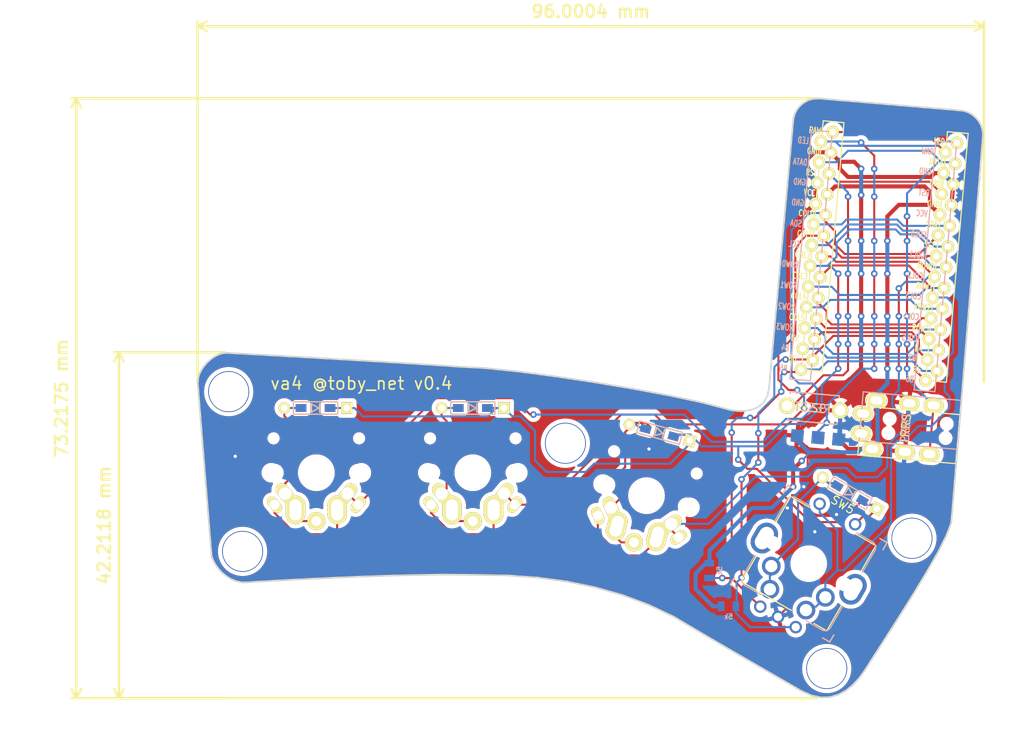
<source format=kicad_pcb>
(kicad_pcb (version 20221018) (generator pcbnew)
  (layers (0 "F.Cu" signal) (31 "B.Cu" signal) (34 "B.Paste" user) (35 "F.Paste" user) (36 "B.SilkS" user "B.Silkscreen") (37 "F.SilkS" user "F.Silkscreen") (38 "B.Mask" user) (39 "F.Mask" user) (44 "Edge.Cuts" user))
  (net 0 "")
  (net 1 "VCC")
  (net 2 "led")
  (net 3 "GND")
  (net 4 "reset")
  (net 5 "Net-(U1-Pad24)")
  (net 6 "col0")
  (net 7 "col1")
  (net 8 "col2")
  (net 9 "col3")
  (net 10 "Net-(U1-Pad16)")
  (net 11 "Net-(U1-Pad15)")
  (net 12 "Net-(U1-Pad14)")
  (net 13 "Net-(U1-Pad11)")
  (net 14 "Net-(U1-Pad10)")
  (net 15 "Net-(U1-Pad9)")
  (net 16 "Net-(U1-Pad8)")
  (net 17 "row0")
  (net 18 "Net-(U1-Pad6)")
  (net 19 "Net-(U1-Pad5)")
  (net 20 "data")
  (net 21 "Net-(D1-Pad2)")
  (net 22 "Net-(D2-Pad2)")
  (net 23 "Net-(D3-Pad2)")
  (net 24 "Net-(J2-PadA)")
  (net 25 "encA")
  (net 26 "encB")
  (net 27 "Net-(D4-Pad2)")
  (footprint "kbd:StripLED_rev" (layer "F.Cu") (at 114.8 69.2 85)
    (fp_text reference "J1" hide)
    (fp_text value "LED" hide)
  )
  (footprint "kbd:ResetSW" (layer "F.Cu") (at 116.8 65.8 175)
    (fp_text reference "SW1" hide)
    (fp_text value "RESET_SWITCH")
  )
  (footprint "kbd:ProMicro_v2" (layer "F.Cu") (at 125.4 47.2 -5)
    (fp_text reference "U1" hide)
    (fp_text value "ProMicro" hide)
  )
  (footprint "kbd:MX_ALPS_PG1350_noLed" (layer "F.Cu") (at 75.2 73.7 180)
    (fp_text reference "SW3" hide)
    (fp_text value "SW_PUSH" hide)
  )
  (footprint "kbd:MX_ALPS_PG1350_noLed" (layer "F.Cu") (at 96.4 76.5 165)
    (fp_text reference "SW4" hide)
    (fp_text value "SW_PUSH" hide)
  )
  (footprint "kbd:MJ-4PP-9" (layer "F.Cu") (at 134.4 69.6 -95)
    (fp_text reference "J2")
    (fp_text value "MJ-4PP-9" hide)
  )
  (footprint "kbd:D3_TH_SMD" (layer "F.Cu") (at 121.212805 76.1875 150)
    (fp_text reference "D4" hide)
    (fp_text value "D" hide)
  )
  (footprint "kbd:MX_ALPS_PG1350_noLed" (layer "F.Cu") (at 56.1 73.7 180)
    (fp_text reference "SW2" hide)
    (fp_text value "SW_PUSH" hide)
  )
  (footprint "kbd:D3_TH_SMD" (layer "F.Cu") (at 56 65.8 180)
    (fp_text reference "D1" hide)
    (fp_text value "D" hide)
  )
  (footprint "kbd:D3_TH_SMD" (layer "F.Cu") (at 75.2 65.8 180)
    (fp_text reference "D2" hide)
    (fp_text value "D" hide)
  )
  (footprint "kbd:D3_TH_SMD" (layer "F.Cu") (at 98 68.8 165)
    (fp_text reference "D3" hide)
    (fp_text value "D" hide)
  )
  (footprint "keyswitches:MX_reversible" (layer "F.Cu") (at 116.2 84.8 150)
    (fp_text reference "SW5")
    (fp_text value "SW_PUSH")
  )
  (footprint "AcheronHardware:ALPS_EC11E" (layer "F.Cu") (at 116.2 84.8 -30)
    (fp_text reference "SW6")
    (fp_text value "Rotary_Encoder_Switch")
  )
  (footprint "kbd:HOLE" (layer "F.Cu") (at 45.4 63.8)
    (fp_text reference "H1")
    (fp_text value "MountingHole")
  )
  (footprint "kbd:HOLE" (layer "F.Cu") (at 47.1 83.3)
    (fp_text reference "H2")
    (fp_text value "MountingHole")
  )
  (footprint "kbd:HOLE" (layer "F.Cu") (at 86.5 70.1)
    (fp_text reference "H3")
    (fp_text value "MountingHole")
  )
  (footprint "kbd:HOLE" (layer "F.Cu") (at 118.4 97.6)
    (fp_text reference "H4")
    (fp_text value "MountingHole")
  )
  (footprint "kbd:HOLE" (layer "F.Cu") (at 128.8 81.7)
    (fp_text reference "H5")
    (fp_text value "MountingHole")
  )
  (footprint "Resistors:0805" (layer "B.Cu") (at 104.05 85.65 -90)
    (fp_text reference "R1")
    (fp_text value "5k")
  )
  (footprint "Resistors:0805" (layer "B.Cu") (at 106.41 89.99 180)
    (fp_text reference "R2")
    (fp_text value "5k")
  )
  (gr_line (start 131.991381 83.366472) (end 132.999784 81.377869) (stroke (width 0.2)) (layer "Edge.Cuts"))
  (gr_line (start 133.586237 79.775843) (end 133.593989 79.729262) (stroke (width 0.2)) (layer "Edge.Cuts"))
  (gr_line (start 119.434155 28.187297) (end 117.28716 28.006131) (stroke (width 0.2)) (layer "Edge.Cuts"))
  (gr_line (start 48.527416 87.024155) (end 50.704276 86.896414) (stroke (width 0.2)) (layer "Edge.Cuts"))
  (gr_line (start 125.769873 93.570388) (end 127.420421 90.982967) (stroke (width 0.2)) (layer "Edge.Cuts"))
  (gr_line (start 42.868799 78.30785) (end 43.077678 80.920168) (stroke (width 0.2)) (layer "Edge.Cuts"))
  (gr_line (start 42.289685 60.816331) (end 41.931339 61.415023) (stroke (width 0.2)) (layer "Edge.Cuts"))
  (gr_line (start 135.627956 29.692179) (end 135.065751 29.516691) (stroke (width 0.2)) (layer "Edge.Cuts"))
  (gr_line (start 136.373111 45.978589) (end 136.930491 39.084604) (stroke (width 0.2)) (layer "Edge.Cuts"))
  (gr_line (start 41.698525 62.03037) (end 41.615524 62.633937) (stroke (width 0.2)) (layer "Edge.Cuts"))
  (gr_line (start 73.718938 60.773952) (end 73.697418 60.772997) (stroke (width 0.2)) (layer "Edge.Cuts"))
  (gr_line (start 42.242161 70.470893) (end 42.45104 73.083212) (stroke (width 0.2)) (layer "Edge.Cuts"))
  (gr_line (start 110.359377 97.476767) (end 112.09062 98.475461) (stroke (width 0.2)) (layer "Edge.Cuts"))
  (gr_line (start 129.085193 88.319512) (end 130.647682 85.730517) (stroke (width 0.2)) (layer "Edge.Cuts"))
  (gr_line (start 117.752062 101.129117) (end 118.848039 101.074937) (stroke (width 0.2)) (layer "Edge.Cuts"))
  (gr_line (start 114.34838 30.403488) (end 114.28715 31.00612) (stroke (width 0.2)) (layer "Edge.Cuts"))
  (gr_line (start 128.022133 28.911962) (end 125.875138 28.730796) (stroke (width 0.2)) (layer "Edge.Cuts"))
  (gr_line (start 73.762133 60.775259) (end 73.740468 60.774702) (stroke (width 0.2)) (layer "Edge.Cuts"))
  (gr_line (start 134.463116 29.455461) (end 132.316122 29.274295) (stroke (width 0.2)) (layer "Edge.Cuts"))
  (gr_line (start 42.65992 75.695531) (end 42.868799 78.30785) (stroke (width 0.2)) (layer "Edge.Cuts"))
  (gr_line (start 73.697418 60.772997) (end 73.675777 60.77183) (stroke (width 0.2)) (layer "Edge.Cuts"))
  (gr_line (start 43.286557 83.532487) (end 43.294225 83.615573) (stroke (width 0.2)) (layer "Edge.Cuts"))
  (gr_line (start 133.600807 79.68252) (end 133.606789 79.635562) (stroke (width 0.2)) (layer "Edge.Cuts"))
  (gr_line (start 114.801311 29.331813) (end 114.523869 29.841284) (stroke (width 0.2)) (layer "Edge.Cuts"))
  (gr_line (start 43.304063 83.698371) (end 43.316274 83.780772) (stroke (width 0.2)) (layer "Edge.Cuts"))
  (gr_line (start 73.740468 60.774702) (end 73.718938 60.773952) (stroke (width 0.2)) (layer "Edge.Cuts"))
  (gr_line (start 132.316122 29.274295) (end 130.169127 29.093128) (stroke (width 0.2)) (layer "Edge.Cuts"))
  (gr_line (start 43.875087 59.404534) (end 43.285841 59.782651) (stroke (width 0.2)) (layer "Edge.Cuts"))
  (gr_line (start 124.250056 95.931286) (end 125.769873 93.570388) (stroke (width 0.2)) (layer "Edge.Cuts"))
  (gr_line (start 133.593989 79.729262) (end 133.600807 79.68252) (stroke (width 0.2)) (layer "Edge.Cuts"))
  (gr_line (start 122.335367 98.79371) (end 122.977477 97.915168) (stroke (width 0.2)) (layer "Edge.Cuts"))
  (gr_line (start 120.77325 100.264069) (end 121.600253 99.590537) (stroke (width 0.2)) (layer "Edge.Cuts"))
  (gr_line (start 137.46311 32.45545) (end 137.401879 31.852816) (stroke (width 0.2)) (layer "Edge.Cuts"))
  (gr_line (start 73.675777 60.77183) (end 73.653888 60.77044) (stroke (width 0.2)) (layer "Edge.Cuts"))
  (gr_line (start 73.631622 60.768817) (end 70.898452 60.578187) (stroke (width 0.2)) (layer "Edge.Cuts"))
  (gr_line (start 41.615524 62.633937) (end 41.824403 65.246256) (stroke (width 0.2)) (layer "Edge.Cuts"))
  (gr_line (start 94.792152 63.455699) (end 89.98218 62.649018) (stroke (width 0.2)) (layer "Edge.Cuts"))
  (gr_line (start 43.285841 59.782651) (end 42.74928 60.262729) (stroke (width 0.2)) (layer "Edge.Cuts"))
  (gr_line (start 49.048013 59.285138) (end 46.275809 59.13053) (stroke (width 0.2)) (layer "Edge.Cuts"))
  (gr_line (start 44.013259 85.243321) (end 44.456555 85.760216) (stroke (width 0.2)) (layer "Edge.Cuts"))
  (gr_line (start 43.392954 84.104243) (end 43.420107 84.183037) (stroke (width 0.2)) (layer "Edge.Cuts"))
  (gr_line (start 85.145762 61.921892) (end 80.615754 61.33012) (stroke (width 0.2)) (layer "Edge.Cuts"))
  (gr_line (start 46.25116 86.916274) (end 46.970335 87.075186) (stroke (width 0.2)) (layer "Edge.Cuts"))
  (gr_line (start 67.003491 60.332138) (end 62.408851 60.05524) (stroke (width 0.2)) (layer "Edge.Cuts"))
  (gr_line (start 42.74928 60.262729) (end 42.289685 60.816331) (stroke (width 0.2)) (layer "Edge.Cuts"))
  (gr_line (start 41.931339 61.415023) (end 41.698525 62.03037) (stroke (width 0.2)) (layer "Edge.Cuts"))
  (gr_line (start 135.065751 29.516691) (end 134.463116 29.455461) (stroke (width 0.2)) (layer "Edge.Cuts"))
  (gr_line (start 44.492734 59.156811) (end 43.875087 59.404534) (stroke (width 0.2)) (layer "Edge.Cuts"))
  (gr_line (start 136.930491 39.084604) (end 137.318334 34.271042) (stroke (width 0.2)) (layer "Edge.Cuts"))
  (gr_line (start 137.46311 32.45545) (end 137.46311 32.45545) (stroke (width 0.2)) (layer "Edge.Cuts"))
  (gr_line (start 90.134671 87.687714) (end 93.469154 88.630261) (stroke (width 0.2)) (layer "Edge.Cuts"))
  (gr_line (start 41.824403 65.246256) (end 42.033282 67.858575) (stroke (width 0.2)) (layer "Edge.Cuts"))
  (gr_line (start 83.052978 86.495285) (end 86.660261 86.97896) (stroke (width 0.2)) (layer "Edge.Cuts"))
  (gr_line (start 57.967603 86.525969) (end 62.435163 86.343485) (stroke (width 0.2)) (layer "Edge.Cuts"))
  (gr_line (start 133.606789 79.635562) (end 133.612034 79.588329) (stroke (width 0.2)) (layer "Edge.Cuts"))
  (gr_line (start 115.298942 100.327072) (end 116.568658 100.893688) (stroke (width 0.2)) (layer "Edge.Cuts"))
  (gr_line (start 99.242822 64.286138) (end 94.792152 63.455699) (stroke (width 0.2)) (layer "Edge.Cuts"))
  (gr_line (start 57.576649 59.772061) (end 52.968998 59.507171) (stroke (width 0.2)) (layer "Edge.Cuts"))
  (gr_line (start 42.45104 73.083212) (end 42.65992 75.695531) (stroke (width 0.2)) (layer "Edge.Cuts"))
  (gr_line (start 133.612034 79.588329) (end 133.616642 79.540764) (stroke (width 0.2)) (layer "Edge.Cuts"))
  (gr_line (start 111.376858 63.176658) (end 111.176366 64.262557) (stroke (width 0.2)) (layer "Edge.Cuts"))
  (gr_line (start 137.318334 34.271042) (end 137.46311 32.45545) (stroke (width 0.2)) (layer "Edge.Cuts"))
  (gr_line (start 62.408851 60.05524) (end 57.576649 59.772061) (stroke (width 0.2)) (layer "Edge.Cuts"))
  (gr_line (start 99.690132 91.251587) (end 102.562523 92.947792) (stroke (width 0.2)) (layer "Edge.Cuts"))
  (gr_line (start 121.600253 99.590537) (end 122.335367 98.79371) (stroke (width 0.2)) (layer "Edge.Cuts"))
  (gr_line (start 108.421818 66.155445) (end 107.500239 66.157639) (stroke (width 0.2)) (layer "Edge.Cuts"))
  (gr_line (start 127.420421 90.982967) (end 129.085193 88.319512) (stroke (width 0.2)) (layer "Edge.Cuts"))
  (gr_line (start 122.977477 97.915168) (end 124.250056 95.931286) (stroke (width 0.2)) (layer "Edge.Cuts"))
  (gr_line (start 115.612837 28.520291) (end 115.168402 28.887381) (stroke (width 0.2)) (layer "Edge.Cuts"))
  (gr_line (start 43.369199 84.024512) (end 43.392954 84.104243) (stroke (width 0.2)) (layer "Edge.Cuts"))
  (gr_line (start 43.294225 83.615573) (end 43.304063 83.698371) (stroke (width 0.2)) (layer "Edge.Cuts"))
  (gr_line (start 43.316274 83.780772) (end 43.331064 83.862668) (stroke (width 0.2)) (layer "Edge.Cuts"))
  (gr_line (start 112.468217 51.112706) (end 112.104431 55.134023) (stroke (width 0.2)) (layer "Edge.Cuts"))
  (gr_line (start 46.970335 87.075186) (end 47.733029 87.073426) (stroke (width 0.2)) (layer "Edge.Cuts"))
  (gr_line (start 133.918783 76.00785) (end 134.419029 69.967629) (stroke (width 0.2)) (layer "Edge.Cuts"))
  (gr_line (start 73.653888 60.77044) (end 73.631622 60.768817) (stroke (width 0.2)) (layer "Edge.Cuts"))
  (gr_line (start 43.420107 84.183037) (end 43.664383 84.708105) (stroke (width 0.2)) (layer "Edge.Cuts"))
  (gr_line (start 132.999784 81.377869) (end 133.556382 79.915201) (stroke (width 0.2)) (layer "Edge.Cuts"))
  (gr_line (start 135.043851 62.337648) (end 135.719722 54.035453) (stroke (width 0.2)) (layer "Edge.Cuts"))
  (gr_line (start 73.806389 60.775828) (end 73.784064 60.775631) (stroke (width 0.2)) (layer "Edge.Cuts"))
  (gr_line (start 102.562523 92.947792) (end 103.829795 93.692206) (stroke (width 0.2)) (layer "Edge.Cuts"))
  (gr_line (start 117.28716 28.006131) (end 116.684521 28.067361) (stroke (width 0.2)) (layer "Edge.Cuts"))
  (gr_line (start 109.301261 65.99317) (end 108.421818 66.155445) (stroke (width 0.2)) (layer "Edge.Cuts"))
  (gr_line (start 53.954156 86.720315) (end 57.967603 86.525969) (stroke (width 0.2)) (layer "Edge.Cuts"))
  (gr_line (start 112.832004 47.091389) (end 112.468217 51.112706) (stroke (width 0.2)) (layer "Edge.Cuts"))
  (gr_line (start 113.559577 39.048754) (end 113.19579 43.070072) (stroke (width 0.2)) (layer "Edge.Cuts"))
  (gr_line (start 50.704276 86.896414) (end 53.954156 86.720315) (stroke (width 0.2)) (layer "Edge.Cuts"))
  (gr_line (start 115.168402 28.887381) (end 114.801311 29.331813) (stroke (width 0.2)) (layer "Edge.Cuts"))
  (gr_line (start 67.047385 86.202976) (end 71.494815 86.134551) (stroke (width 0.2)) (layer "Edge.Cuts"))
  (gr_line (start 137.226391 31.290611) (end 136.94895 30.78114) (stroke (width 0.2)) (layer "Edge.Cuts"))
  (gr_line (start 136.581861 30.336708) (end 136.137428 29.969619) (stroke (width 0.2)) (layer "Edge.Cuts"))
  (gr_line (start 119.855473 100.772729) (end 120.77325 100.264069) (stroke (width 0.2)) (layer "Edge.Cuts"))
  (gr_line (start 86.660261 86.97896) (end 90.134671 87.687714) (stroke (width 0.2)) (layer "Edge.Cuts"))
  (gr_line (start 108.614418 96.46926) (end 110.359377 97.476767) (stroke (width 0.2)) (layer "Edge.Cuts"))
  (gr_line (start 44.456555 85.760216) (end 44.98409 86.23032) (stroke (width 0.2)) (layer "Edge.Cuts"))
  (gr_line (start 110.729576 65.075056) (end 110.087527 65.642484) (stroke (width 0.2)) (layer "Edge.Cuts"))
  (gr_line (start 76.725011 60.929499) (end 73.806389 60.775828) (stroke (width 0.2)) (layer "Edge.Cuts"))
  (gr_line (start 111.176366 64.262557) (end 110.729576 65.075056) (stroke (width 0.2)) (layer "Edge.Cuts"))
  (gr_line (start 130.647682 85.730517) (end 131.991381 83.366472) (stroke (width 0.2)) (layer "Edge.Cuts"))
  (gr_line (start 107.500239 66.157639) (end 106.587564 66.02808) (stroke (width 0.2)) (layer "Edge.Cuts"))
  (gr_line (start 43.331064 83.862668) (end 43.348637 83.94395) (stroke (width 0.2)) (layer "Edge.Cuts"))
  (gr_line (start 105.734835 65.795098) (end 103.001335 65.084537) (stroke (width 0.2)) (layer "Edge.Cuts"))
  (gr_line (start 73.784064 60.775631) (end 73.762133 60.775259) (stroke (width 0.2)) (layer "Edge.Cuts"))
  (gr_line (start 113.754894 99.435507) (end 115.298942 100.327072) (stroke (width 0.2)) (layer "Edge.Cuts"))
  (gr_line (start 123.728144 28.54963) (end 121.581149 28.368463) (stroke (width 0.2)) (layer "Edge.Cuts"))
  (gr_line (start 133.556382 79.915201) (end 133.567532 79.868755) (stroke (width 0.2)) (layer "Edge.Cuts"))
  (gr_line (start 44.98409 86.23032) (end 45.585685 86.625162) (stroke (width 0.2)) (layer "Edge.Cuts"))
  (gr_line (start 42.033282 67.858575) (end 42.242161 70.470893) (stroke (width 0.2)) (layer "Edge.Cuts"))
  (gr_line (start 93.469154 88.630261) (end 96.656659 89.815314) (stroke (width 0.2)) (layer "Edge.Cuts"))
  (gr_line (start 110.087527 65.642484) (end 109.301261 65.99317) (stroke (width 0.2)) (layer "Edge.Cuts"))
  (gr_line (start 70.898452 60.578187) (end 67.003491 60.332138) (stroke (width 0.2)) (layer "Edge.Cuts"))
  (gr_line (start 75.468 86.168321) (end 79.319874 86.227977) (stroke (width 0.2)) (layer "Edge.Cuts"))
  (gr_line (start 113.19579 43.070072) (end 112.832004 47.091389) (stroke (width 0.2)) (layer "Edge.Cuts"))
  (gr_line (start 79.319874 86.227977) (end 83.052978 86.495285) (stroke (width 0.2)) (layer "Edge.Cuts"))
  (gr_line (start 133.567532 79.868755) (end 133.57745 79.822322) (stroke (width 0.2)) (layer "Edge.Cuts"))
  (gr_line (start 136.137428 29.969619) (end 135.627956 29.692179) (stroke (width 0.2)) (layer "Edge.Cuts"))
  (gr_line (start 112.104431 55.134023) (end 111.740644 59.15534) (stroke (width 0.2)) (layer "Edge.Cuts"))
  (gr_line (start 43.664383 84.708105) (end 44.013259 85.243321) (stroke (width 0.2)) (layer "Edge.Cuts"))
  (gr_line (start 133.57745 79.822322) (end 133.586237 79.775843) (stroke (width 0.2)) (layer "Edge.Cuts"))
  (gr_line (start 114.523869 29.841284) (end 114.34838 30.403488) (stroke (width 0.2)) (layer "Edge.Cuts"))
  (gr_line (start 62.435163 86.343485) (end 67.047385 86.202976) (stroke (width 0.2)) (layer "Edge.Cuts"))
  (gr_line (start 106.587564 66.02808) (end 105.734835 65.795098) (stroke (width 0.2)) (layer "Edge.Cuts"))
  (gr_line (start 116.122312 28.24285) (end 115.612837 28.520291) (stroke (width 0.2)) (layer "Edge.Cuts"))
  (gr_line (start 80.615754 61.33012) (end 76.725011 60.929499) (stroke (width 0.2)) (layer "Edge.Cuts"))
  (gr_line (start 103.001335 65.084537) (end 99.242822 64.286138) (stroke (width 0.2)) (layer "Edge.Cuts"))
  (gr_line (start 47.733029 87.073426) (end 48.527416 87.024155) (stroke (width 0.2)) (layer "Edge.Cuts"))
  (gr_line (start 118.848039 101.074937) (end 119.855473 100.772729) (stroke (width 0.2)) (layer "Edge.Cuts"))
  (gr_line (start 106.908998 95.482774) (end 108.614418 96.46926) (stroke (width 0.2)) (layer "Edge.Cuts"))
  (gr_line (start 45.114502 59.067918) (end 44.492734 59.156811) (stroke (width 0.2)) (layer "Edge.Cuts"))
  (gr_line (start 112.09062 98.475461) (end 113.754894 99.435507) (stroke (width 0.2)) (layer "Edge.Cuts"))
  (gr_line (start 136.94895 30.78114) (end 136.581861 30.336708) (stroke (width 0.2)) (layer "Edge.Cuts"))
  (gr_line (start 134.419029 69.967629) (end 135.043851 62.337648) (stroke (width 0.2)) (layer "Edge.Cuts"))
  (gr_line (start 111.740644 59.15534) (end 111.376858 63.176658) (stroke (width 0.2)) (layer "Edge.Cuts"))
  (gr_line (start 46.275809 59.13053) (end 45.114502 59.067918) (stroke (width 0.2)) (layer "Edge.Cuts"))
  (gr_line (start 121.581149 28.368463) (end 119.434155 28.187297) (stroke (width 0.2)) (layer "Edge.Cuts"))
  (gr_line (start 116.568658 100.893688) (end 117.752062 101.129117) (stroke (width 0.2)) (layer "Edge.Cuts"))
  (gr_line (start 96.656659 89.815314) (end 99.690132 91.251587) (stroke (width 0.2)) (layer "Edge.Cuts"))
  (gr_line (start 52.968998 59.507171) (end 49.048013 59.285138) (stroke (width 0.2)) (layer "Edge.Cuts"))
  (gr_line (start 105.296372 94.547145) (end 106.908998 95.482774) (stroke (width 0.2)) (layer "Edge.Cuts"))
  (gr_line (start 113.923363 35.027437) (end 113.559577 39.048754) (stroke (width 0.2)) (layer "Edge.Cuts"))
  (gr_line (start 43.348637 83.94395) (end 43.369199 84.024512) (stroke (width 0.2)) (layer "Edge.Cuts"))
  (gr_line (start 137.401879 31.852816) (end 137.226391 31.290611) (stroke (width 0.2)) (layer "Edge.Cuts"))
  (gr_line (start 89.98218 62.649018) (end 85.145762 61.921892) (stroke (width 0.2)) (layer "Edge.Cuts"))
  (gr_line (start 133.616642 79.540764) (end 133.918783 76.00785) (stroke (width 0.2)) (layer "Edge.Cuts"))
  (gr_line (start 130.169127 29.093128) (end 128.022133 28.911962) (stroke (width 0.2)) (layer "Edge.Cuts"))
  (gr_line (start 43.077678 80.920168) (end 43.286557 83.532487) (stroke (width 0.2)) (layer "Edge.Cuts"))
  (gr_line (start 125.875138 28.730796) (end 123.728144 28.54963) (stroke (width 0.2)) (layer "Edge.Cuts"))
  (gr_line (start 45.585685 86.625162) (end 46.25116 86.916274) (stroke (width 0.2)) (layer "Edge.Cuts"))
  (gr_line (start 114.28715 31.00612) (end 113.923363 35.027437) (stroke (width 0.2)) (layer "Edge.Cuts"))
  (gr_line (start 116.684521 28.067361) (end 116.122312 28.24285) (stroke (width 0.2)) (layer "Edge.Cuts"))
  (gr_line (start 103.829795 93.692206) (end 105.296372 94.547145) (stroke (width 0.2)) (layer "Edge.Cuts"))
  (gr_line (start 135.719722 54.035453) (end 136.373111 45.978589) (stroke (width 0.2)) (layer "Edge.Cuts"))
  (gr_line (start 71.494815 86.134551) (end 75.468 86.168321) (stroke (width 0.2)) (layer "Edge.Cuts"))
  (gr_text "va4 @toby_net v0.4" (at 61.6 62.8) (layer "F.SilkS") (effects (font (size 1.5 1.5) (thickness 0.2))))
  (dimension (type aligned) (layer "F.SilkS") (pts (xy 45 101.211846) (xy 45 59)) (height -13) (gr_text "42.2118 mm" (at 30.2 80.105923 90) (layer "F.SilkS") (effects (font (size 1.5 1.5) (thickness 0.3)))) (format (prefix "") (suffix "") (units 2) (units_format 1) (precision 4)) (style (thickness 0.3) (arrow_length 1.27) (text_position_mode 0) (extension_height 0.58642) (extension_offset 0) keep_text_aligned))
  (dimension (type aligned) (layer "F.SilkS") (pts (xy 117.2 101.217484) (xy 117.2 28)) (height -90.4) (gr_text "73.2175 mm" (at 25 64.608742 90) (layer "F.SilkS") (effects (font (size 1.5 1.5) (thickness 0.3)))) (format (prefix "") (suffix "") (units 2) (units_format 1) (precision 4)) (style (thickness 0.3) (arrow_length 1.27) (text_position_mode 0) (extension_height 0.58642) (extension_offset 0) keep_text_aligned))
  (dimension (type aligned) (layer "F.SilkS") (pts (xy 137.600416 62.6) (xy 41.6 62.6)) (height 43.4) (gr_text "96.0004 mm" (at 89.600208 17.4) (layer "F.SilkS") (effects (font (size 1.5 1.5) (thickness 0.3)))) (format (prefix "") (suffix "") (units 2) (units_format 1) (precision 4)) (style (thickness 0.3) (arrow_length 1.27) (text_position_mode 0) (extension_height 0.58642) (extension_offset 0) keep_text_aligned))
  (segment (start 118.462896 39.708886) (end 119.421784 38.749998) (width 0.5) (layer "F.Cu") (net 1))
  (segment (start 121.012223 70.794305) (end 119.639293 69.421375) (width 0.5) (layer "F.Cu") (net 1))
  (segment (start 125.8 61) (end 125.8 58) (width 0.5) (layer "F.Cu") (net 1))
  (segment (start 127.2 41) (end 125.8 42.4) (width 0.5) (layer "F.Cu") (net 1))
  (segment (start 125.8 42.4) (end 125.8 45.400004) (width 0.5) (layer "F.Cu") (net 1))
  (segment (start 131 39.4) (end 131 40.97384) (width 0.5) (layer "F.Cu") (net 1))
  (segment (start 125.8 49.4) (end 125.8 54.599994) (width 0.5) (layer "F.Cu") (net 1))
  (segment (start 114.3 75.4) (end 114.3 73.3) (width 0.5) (layer "F.Cu") (net 1))
  (segment (start 114.3 73.3) (end 115.35 72.25) (width 0.5) (layer "F.Cu") (net 1))
  (segment (start 125.8 54.599994) (end 125.800006 54.6) (width 0.5) (layer "F.Cu") (net 1))
  (segment (start 131.02616 41) (end 127.2 41) (width 0.5) (layer "F.Cu") (net 1))
  (segment (start 123.956168 70.794305) (end 121.012223 70.794305) (width 0.5) (layer "F.Cu") (net 1))
  (segment (start 131 40.97384) (end 132.212863 42.186703) (width 0.5) (layer "F.Cu") (net 1))
  (segment (start 132.212863 42.186703) (end 131.02616 41) (width 0.5) (layer "F.Cu") (net 1))
  (segment (start 119.421784 38.749998) (end 130.349998 38.749998) (width 0.5) (layer "F.Cu") (net 1))
  (segment (start 130.349998 38.749998) (end 131 39.4) (width 0.5) (layer "F.Cu") (net 1))
  (via (at 125.800006 54.6) (size 0.8) (drill 0.4) (layers "F.Cu" "B.Cu") (net 1))
  (via (at 125.8 49.4) (size 0.8) (drill 0.4) (layers "F.Cu" "B.Cu") (net 1))
  (via (at 114.3 75.4) (size 0.8) (drill 0.4) (layers "F.Cu" "B.Cu") (net 1))
  (via (at 125.8 45.400004) (size 0.8) (drill 0.4) (layers "F.Cu" "B.Cu") (net 1))
  (via (at 115.35 72.25) (size 0.8) (drill 0.4) (layers "F.Cu" "B.Cu") (net 1))
  (via (at 125.8 58) (size 0.8) (drill 0.4) (layers "F.Cu" "B.Cu") (net 1))
  (via (at 125.8 61) (size 0.8) (drill 0.4) (layers "F.Cu" "B.Cu") (net 1))
  (segment (start 116.2 71.2) (end 122.205229 71.2) (width 0.5) (layer "B.Cu") (net 1))
  (segment (start 103.64916 84.75084) (end 102.4 86) (width 0.5) (layer "B.Cu") (net 1))
  (segment (start 124.6 70.150473) (end 123.956168 70.794305) (width 0.5) (layer "B.Cu") (net 1))
  (segment (start 124.474744 64.125256) (end 125.8 62.8) (width 0.5) (layer "B.Cu") (net 1))
  (segment (start 125.8 58) (end 125.8 54.600006) (width 0.5) (layer "B.Cu") (net 1))
  (segment (start 125.8 49.4) (end 125.8 45.400004) (width 0.5) (layer "B.Cu") (net 1))
  (segment (start 109.3 78) (end 104.1 83.2) (width 0.5) (layer "B.Cu") (net 1))
  (segment (start 124.474744 65.820193) (end 124.6 65.945449) (width 0.5) (layer "B.Cu") (net 1))
  (segment (start 111.7 78) (end 109.3 78) (width 0.5) (layer "B.Cu") (net 1))
  (segment (start 122.205229 71.2) (end 122.610924 70.794305) (width 0.5) (layer "B.Cu") (net 1))
  (segment (start 114.8 69.8) (end 116.2 71.2) (width 0.5) (layer "B.Cu") (net 1))
  (segment (start 114.8 69) (end 114.8 69.8) (width 0.5) (layer "B.Cu") (net 1))
  (segment (start 104.1 83.2) (end 104.1 84.7) (width 0.5) (layer "B.Cu") (net 1))
  (segment (start 116.2 71.4) (end 116.2 71.2) (width 0.25) (layer "B.Cu") (net 1))
  (segment (start 122.610924 70.794305) (end 123.956168 70.794305) (width 0.5) (layer "B.Cu") (net 1))
  (segment (start 116.2 71.3029) (end 116.2 71.2) (width 0.25) (layer "B.Cu") (net 1))
  (segment (start 125.8 54.600006) (end 125.800006 54.6) (width 0.5) (layer "B.Cu") (net 1))
  (segment (start 104.05 84.75084) (end 103.64916 84.75084) (width 0.25) (layer "B.Cu") (net 1))
  (segment (start 104.5 90) (end 105.5 90) (width 0.5) (layer "B.Cu") (net 1))
  (segment (start 115.35 72.25) (end 116.2 71.4) (width 0.25) (layer "B.Cu") (net 1))
  (segment (start 124.474744 64.866946) (end 124.474744 65.820193) (width 0.5) (layer "B.Cu") (net 1))
  (segment (start 114.778624 68.978624) (end 114.8 69) (width 0.5) (layer "B.Cu") (net 1))
  (segment (start 116.2 71.3029) (end 116.1971 71.3029) (width 0.25) (layer "B.Cu") (net 1))
  (segment (start 102.4 86) (end 102.4 87.9) (width 0.5) (layer "B.Cu") (net 1))
  (segment (start 124.6 65.945449) (end 124.6 70.150473) (width 0.5) (layer "B.Cu") (net 1))
  (segment (start 102.4 87.9) (end 104.5 90) (width 0.5) (layer "B.Cu") (net 1))
  (segment (start 125.8 62.8) (end 125.8 61) (width 0.5) (layer "B.Cu") (net 1))
  (segment (start 114.3 75.4) (end 111.7 78) (width 0.5) (layer "B.Cu") (net 1))
  (segment (start 124.474744 64.866946) (end 124.474744 64.125256) (width 0.5) (layer "B.Cu") (net 1))
  (segment (start 124.2 60.999994) (end 124.200006 61) (width 0.25) (layer "F.Cu") (net 2))
  (segment (start 122.60001 33.4) (end 124.2 34.99999) (width 0.25) (layer "F.Cu") (net 2))
  (segment (start 117 69.2) (end 117 69.000002) (width 0.25) (layer "F.Cu") (net 2))
  (segment (start 117 69.000002) (end 118.000003 67.999999) (width 0.25) (layer "F.Cu") (net 2))
  (segment (start 124.2 45.40001) (end 124.2 40.000002) (width 0.25) (layer "F.Cu") (net 2))
  (segment (start 124.2 58) (end 124.2 60.999994) (width 0.25) (layer "F.Cu") (net 2))
  (segment (start 124.2 34.99999) (end 124.2 36.034315) (width 0.25) (layer "F.Cu") (net 2))
  (segment (start 118.000003 67.999999) (end 118.400002 67.6) (width 0.25) (layer "F.Cu") (net 2))
  (segment (start 124.2 49.4) (end 124.2 54.599998) (width 0.25) (layer "F.Cu") (net 2))
  (segment (start 124.2 36.034315) (end 124.2 36.6) (width 0.25) (layer "F.Cu") (net 2))
  (via (at 118.400002 67.6) (size 0.8) (drill 0.4) (layers "F.Cu" "B.Cu") (net 2))
  (via (at 124.2 54.599998) (size 0.8) (drill 0.4) (layers "F.Cu" "B.Cu") (net 2))
  (via (at 124.2 58) (size 0.8) (drill 0.4) (layers "F.Cu" "B.Cu") (net 2))
  (via (at 124.200006 61) (size 0.8) (drill 0.4) (layers "F.Cu" "B.Cu") (net 2))
  (via (at 124.2 40.000002) (size 0.8) (drill 0.4) (layers "F.Cu" "B.Cu") (net 2))
  (via (at 124.2 36.6) (size 0.8) (drill 0.4) (layers "F.Cu" "B.Cu") (net 2))
  (via (at 122.60001 33.4) (size 0.8) (drill 0.4) (layers "F.Cu" "B.Cu") (net 2))
  (via (at 124.2 49.4) (size 0.8) (drill 0.4) (layers "F.Cu" "B.Cu") (net 2))
  (via (at 124.2 45.40001) (size 0.8) (drill 0.4) (layers "F.Cu" "B.Cu") (net 2))
  (segment (start 122.467456 33.267446) (end 122.60001 33.4) (width 0.25) (layer "B.Cu") (net 2))
  (segment (start 117.694982 33.267446) (end 119.467446 33.267446) (width 0.25) (layer "B.Cu") (net 2))
  (segment (start 132.332554 33.267446) (end 134.11216 33.267446) (width 0.25) (layer "B.Cu") (net 2))
  (segment (start 124.200006 61) (end 122.83641 61) (width 0.25) (layer "B.Cu") (net 2))
  (segment (start 124.2 36.6) (end 124.2 40.000002) (width 0.25) (layer "B.Cu") (net 2))
  (segment (start 118.4 67.6) (end 117.330335 68.669665) (width 0.25) (layer "B.Cu") (net 2))
  (segment (start 118.400002 67.6) (end 118.4 67.6) (width 0.25) (layer "B.Cu") (net 2))
  (segment (start 124.2 49.4) (end 124.2 45.40001) (width 0.25) (layer "B.Cu") (net 2))
  (segment (start 117.330335 68.669665) (end 117.330335 69.421376) (width 0.25) (layer "B.Cu") (net 2))
  (segment (start 122.83641 61) (end 118.400002 65.436408) (width 0.25) (layer "B.Cu") (net 2))
  (segment (start 120 33.8) (end 131.8 33.8) (width 0.25) (layer "B.Cu") (net 2))
  (segment (start 117.694982 33.267446) (end 122.467456 33.267446) (width 0.25) (layer "B.Cu") (net 2))
  (segment (start 118.400002 65.436408) (end 118.400002 67.034315) (width 0.25) (layer "B.Cu") (net 2))
  (segment (start 131.8 33.8) (end 132.332554 33.267446) (width 0.25) (layer "B.Cu") (net 2))
  (segment (start 118.400002 67.034315) (end 118.400002 67.6) (width 0.25) (layer "B.Cu") (net 2))
  (segment (start 134.11216 33.267446) (end 134.289106 33.444392) (width 0.25) (layer "B.Cu") (net 2))
  (segment (start 124.2 58) (end 124.2 54.599998) (width 0.25) (layer "B.Cu") (net 2))
  (segment (start 119.467446 33.267446) (end 120 33.8) (width 0.25) (layer "B.Cu") (net 2))
  (segment (start 122.585581 62.2) (end 123.785581 63.4) (width 0.5) (layer "F.Cu") (net 3))
  (segment (start 118.62342 66.083256) (end 120.037633 66.083256) (width 0.5) (layer "F.Cu") (net 3))
  (segment (start 133.846355 38.505061) (end 133.624979 41.035396) (width 0.5) (layer "F.Cu") (net 3))
  (segment (start 117.030855 38.549491) (end 117.030855 40.858449) (width 0.5) (layer "F.Cu") (net 3))
  (segment (start 115.6 75.4) (end 116.075002 74.924998) (width 0.25) (layer "F.Cu") (net 3))
  (segment (start 118.905647 34.648217) (end 120 35.74257) (width 0.5) (layer "F.Cu") (net 3))
  (segment (start 116 37.075884) (end 117.252231 38.328115) (width 0.5) (layer "F.Cu") (net 3))
  (segment (start 122.585581 58.014419) (end 122.6 58) (width 0.5) (layer "F.Cu") (net 3))
  (segment (start 116.075002 74.924998) (end 116.075002 70.675002) (width 0.25) (layer "F.Cu") (net 3))
  (segment (start 113.6 90.145191) (end 113.6 78) (width 0.25) (layer "F.Cu") (net 3))
  (segment (start 114.8 68.8) (end 115.8 67.8) (width 0.5) (layer "F.Cu") (net 3))
  (segment (start 121.74257 35.74257) (end 122.6 36.6) (width 0.5) (layer "F.Cu") (net 3))
  (segment (start 116.906676 67.8) (end 118.62342 66.083256) (width 0.5) (layer "F.Cu") (net 3))
  (segment (start 117.252231 38.328115) (end 117.030855 38.549491) (width 0.5) (layer "F.Cu") (net 3))
  (segment (start 118.843209 34.585779) (end 116.891846 34.585779) (width 0.5) (layer "F.Cu") (net 3))
  (segment (start 128.459523 65.215569) (end 127.940946 71.142928) (width 0.5) (layer "F.Cu") (net 3))
  (segment (start 118.905647 34.648217) (end 118.843209 34.585779) (width 0.5) (layer "F.Cu") (net 3))
  (segment (start 120 35.74257) (end 120 36.6) (width 0.5) (layer "F.Cu") (net 3))
  (segment (start 122.6 37.599978) (end 131.10404 37.599978) (width 0.5) (layer "F.Cu") (net 3))
  (segment (start 131.577984 37.126034) (end 132.655614 37.126034) (width 0.5) (layer "F.Cu") (net 3))
  (segment (start 120.037633 66.083256) (end 122.585581 63.535308) (width 0.5) (layer "F.Cu") (net 3))
  (segment (start 112.45 91.295191) (end 113.6 90.145191) (width 0.25) (layer "F.Cu") (net 3))
  (segment (start 116 35.477625) (end 116 37.075884) (width 0.5) (layer "F.Cu") (net 3))
  (segment (start 122.6 45.4) (end 122.6 39.8) (width 0.5) (layer "F.Cu") (net 3))
  (segment (start 131.10404 37.599978) (end 131.577984 37.126034) (width 0.5) (layer "F.Cu") (net 3))
  (segment (start 123.785581 63.4) (end 126.643954 63.4) (width 0.5) (layer "F.Cu") (net 3))
  (segment (start 115.8 67.8) (end 116.906676 67.8) (width 0.5) (layer "F.Cu") (net 3))
  (segment (start 116.891846 34.585779) (end 116 35.477625) (width 0.5) (layer "F.Cu") (net 3))
  (segment (start 127.600983 64.357029) (end 128.459523 65.215569) (width 0.5) (layer "F.Cu") (net 3))
  (segment (start 114.8 69.2) (end 114.8 68.8) (width 0.5) (layer "F.Cu") (net 3))
  (segment (start 122.6 49.4) (end 122.6 54.600002) (width 0.5) (layer "F.Cu") (net 3))
  (segment (start 122.585581 63.535308) (end 122.585581 58.014419) (width 0.5) (layer "F.Cu") (net 3))
  (segment (start 126.643954 63.4) (end 127.600983 64.357029) (width 0.5) (layer "F.Cu") (net 3))
  (segment (start 120 35.74257) (end 121.74257 35.74257) (width 0.5) (layer "F.Cu") (net 3))
  (segment (start 116.075002 70.675002) (end 114.8 69.4) (width 0.25) (layer "F.Cu") (net 3))
  (segment (start 120.999978 37.599978) (end 122.6 37.599978) (width 0.5) (layer "F.Cu") (net 3))
  (segment (start 132.655614 37.126034) (end 133.846355 38.505061) (width 0.5) (layer "F.Cu") (net 3))
  (segment (start 120 36.6) (end 120.999978 37.599978) (width 0.5) (layer "F.Cu") (net 3))
  (via (at 119.6 78.8) (size 0.8) (drill 0.4) (layers "F.Cu" "B.Cu") (net 3))
  (via (at 122.6 45.4) (size 0.8) (drill 0.4) (layers "F.Cu" "B.Cu") (net 3))
  (via (at 122.6 49.4) (size 0.8) (drill 0.4) (layers "F.Cu" "B.Cu") (net 3))
  (via (at 96.7 70.8) (size 0.8) (drill 0.4) (layers "F.Cu" "B.Cu") (net 3))
  (via (at 116.95 80.9) (size 0.8) (drill 0.4) (layers "F.Cu" "B.Cu") (net 3))
  (via (at 122.6 39.8) (size 0.8) (drill 0.4) (layers "F.Cu" "B.Cu") (net 3))
  (via (at 122.6 36.6) (size 0.8) (drill 0.4) (layers "F.Cu" "B.Cu") (net 3))
  (via (at 115.6 75.4) (size 0.8) (drill 0.4) (layers "F.Cu" "B.Cu") (net 3))
  (via (at 46.2 71.7) (size 0.8) (drill 0.4) (layers "F.Cu" "B.Cu") (net 3))
  (via (at 122.6 54.600002) (size 0.8) (drill 0.4) (layers "F.Cu" "B.Cu") (net 3))
  (via (at 113.6 78) (size 0.8) (drill 0.4) (layers "F.Cu" "B.Cu") (net 3))
  (via (at 122.6 58) (size 0.8) (drill 0.4) (layers "F.Cu" "B.Cu") (net 3))
  (segment (start 120.037633 66.083256) (end 120.037633 69.362367) (width 0.5) (layer "B.Cu") (net 3))
  (segment (start 122.6 58) (end 122.6 54.600002) (width 0.5) (layer "B.Cu") (net 3))
  (segment (start 113.6 77.4) (end 115.6 75.4) (width 0.25) (layer "B.Cu") (net 3))
  (segment (start 122.6 39.8) (end 122.6 36.6) (width 0.5) (layer "B.Cu") (net 3))
  (segment (start 122.6 49.4) (end 122.6 45.4) (width 0.5) (layer "B.Cu") (net 3))
  (segment (start 113.6 78) (end 113.6 77.4) (width 0.25) (layer "B.Cu") (net 3))
  (segment (start 120.037633 69.362367) (end 119.8 69.6) (width 0.5) (layer "B.Cu") (net 3))
  (segment (start 121 49.4) (end 121 54.6) (width 0.25) (layer "F.Cu") (net 4))
  (segment (start 121 58) (end 121 61.2) (width 0.25) (layer "F.Cu") (net 4))
  (segment (start 121 61.2) (end 120.4 61.8) (width 0.25) (layer "F.Cu") (net 4))
  (segment (start 118.684271 37.178551) (end 119.680708 38.174988) (width 0.25) (layer "F.Cu") (net 4))
  (segment (start 120.4 61.8) (end 118 61.8) (width 0.25) (layer "F.Cu") (net 4))
  (segment (start 130.952858 38.174988) (end 131.672239 38.894369) (width 0.25) (layer "F.Cu") (net 4))
  (segment (start 131.672239 38.894369) (end 132.434238 39.656368) (width 0.25) (layer "F.Cu") (net 4))
  (segment (start 121 40) (end 121 45.4) (width 0.25) (layer "F.Cu") (net 4))
  (segment (start 114.283256 65.516744) (end 113.562367 65.516744) (width 0.25) (layer "F.Cu") (net 4))
  (segment (start 118 61.8) (end 114.283256 65.516744) (width 0.25) (layer "F.Cu") (net 4))
  (segment (start 119.680708 38.174988) (end 130.952858 38.174988) (width 0.25) (layer "F.Cu") (net 4))
  (via (at 121 58) (size 0.8) (drill 0.4) (layers "F.Cu" "B.Cu") (net 4))
  (via (at 121 49.4) (size 0.8) (drill 0.4) (layers "F.Cu" "B.Cu") (net 4))
  (via (at 121 40) (size 0.8) (drill 0.4) (layers "F.Cu" "B.Cu") (net 4))
  (via (at 121 54.6) (size 0.8) (drill 0.4) (layers "F.Cu" "B.Cu") (net 4))
  (via (at 121 45.4) (size 0.8) (drill 0.4) (layers "F.Cu" "B.Cu") (net 4))
  (segment (start 121 39.49428) (end 121 40) (width 0.25) (layer "B.Cu") (net 4))
  (segment (start 121 45.4) (end 121 49.4) (width 0.25) (layer "B.Cu") (net 4))
  (segment (start 118.684271 37.178551) (end 121 39.49428) (width 0.25) (layer "B.Cu") (net 4))
  (segment (start 121 54.6) (end 121 58) (width 0.25) (layer "B.Cu") (net 4))
  (segment (start 132.11499 33.8337) (end 132.876989 34.595699) (width 0.25) (layer "F.Cu") (net 5))
  (segment (start 119.127023 32.117882) (end 130.399172 32.117882) (width 0.25) (layer "F.Cu") (net 5))
  (segment (start 130.399172 32.117882) (end 132.11499 33.8337) (width 0.25) (layer "F.Cu") (net 5))
  (segment (start 61.2 77.6) (end 61.2 77.53) (width 0.25) (layer "F.Cu") (net 6))
  (segment (start 64 71.2) (end 70.6 64.6) (width 0.25) (layer "F.Cu") (net 6))
  (segment (start 57.917056 81.2) (end 58.64 80.477056) (width 0.25) (layer "F.Cu") (net 6))
  (segment (start 80.2 64.6) (end 82.2 66.6) (width 0.25) (layer "F.Cu") (net 6))
  (segment (start 59.91 76.24) (end 59.91 76.43) (width 0.25) (layer "F.Cu") (net 6))
  (segment (start 119.4 44.2) (end 119.4 45.8) (width 0.25) (layer "F.Cu") (net 6))
  (segment (start 118.24152 43.04152) (end 119.4 44.2) (width 0.25) (layer "F.Cu") (net 6))
  (segment (start 70.6 64.6) (end 80.2 64.6) (width 0.25) (layer "F.Cu") (net 6))
  (segment (start 120.6 47) (end 129.708525 47) (width 0.25) (layer "F.Cu") (net 6))
  (segment (start 61.2 77.53) (end 59.91 76.24) (width 0.25) (layer "F.Cu") (net 6))
  (segment (start 118.24152 42.23922) (end 118.24152 43.04152) (width 0.25) (layer "F.Cu") (net 6))
  (segment (start 82.2 66.6) (end 82.6 66.6) (width 0.25) (layer "F.Cu") (net 6))
  (segment (start 129.708525 47) (end 131.991487 44.717038) (width 0.25) (layer "F.Cu") (net 6))
  (segment (start 59.91 76.43) (end 58.64 77.7) (width 0.25) (layer "F.Cu") (net 6))
  (segment (start 119.4 45.8) (end 120.6 47) (width 0.25) (layer "F.Cu") (net 6))
  (segment (start 61.2 77.6) (end 64 74.8) (width 0.25) (layer "F.Cu") (net 6))
  (segment (start 53.591517 81.2) (end 57.917056 81.2) (width 0.25) (layer "F.Cu") (net 6))
  (segment (start 58.64 80.477056) (end 58.64 78.78) (width 0.25) (layer "F.Cu") (net 6))
  (segment (start 118.24152 42.23922) (end 118.0023 42) (width 0.25) (layer "F.Cu") (net 6))
  (segment (start 51 78.608483) (end 53.591517 81.2) (width 0.25) (layer "F.Cu") (net 6))
  (segment (start 64 74.8) (end 64 71.2) (width 0.25) (layer "F.Cu") (net 6))
  (segment (start 51 77.6) (end 51 78.608483) (width 0.25) (layer "F.Cu") (net 6))
  (via (at 82.6 66.6) (size 0.8) (drill 0.4) (layers "F.Cu" "B.Cu") (net 6))
  (segment (start 116.6 62.8) (end 115 62.8) (width 0.25) (layer "B.Cu") (net 6))
  (segment (start 101.000001 66.600001) (end 104.325 69.925) (width 0.25) (layer "B.Cu") (net 6))
  (segment (start 113.425 67.125) (end 115.375 67.125) (width 0.25) (layer "B.Cu") (net 6))
  (segment (start 117.2 65.3) (end 117.2 63.4) (width 0.25) (layer "B.Cu") (net 6))
  (segment (start 115.375 67.125) (end 117.2 65.3) (width 0.25) (layer "B.Cu") (net 6))
  (segment (start 116.2 42) (end 118.0023 42) (width 0.25) (layer "B.Cu") (net 6))
  (segment (start 114.1 44.1) (end 116.2 42) (width 0.25) (layer "B.Cu") (net 6))
  (segment (start 114.1 61.9) (end 114.1 44.1) (width 0.25) (layer "B.Cu") (net 6))
  (segment (start 110.625 69.925) (end 113.425 67.125) (width 0.25) (layer "B.Cu") (net 6))
  (segment (start 82.6 66.6) (end 101.000001 66.600001) (width 0.25) (layer "B.Cu") (net 6))
  (segment (start 115 62.8) (end 114.1 61.9) (width 0.25) (layer "B.Cu") (net 6))
  (segment (start 117.2 63.4) (end 116.6 62.8) (width 0.25) (layer "B.Cu") (net 6))
  (segment (start 104.325 69.925) (end 110.625 69.925) (width 0.25) (layer "B.Cu") (net 6))
  (segment (start 97.4 66.6) (end 98.6 67.8) (width 0.25) (layer "F.Cu") (net 7))
  (segment (start 113.67468 67.8) (end 115.237343 66.237337) (width 0.25) (layer "F.Cu") (net 7))
  (segment (start 72.691517 81.2) (end 77.017056 81.2) (width 0.25) (layer "F.Cu") (net 7))
  (segment (start 80.3 77.6) (end 84.1 77.6) (width 0.25) (layer "F.Cu") (net 7))
  (segment (start 84.1 77.6) (end 91.8 69.9) (width 0.25) (layer "F.Cu") (net 7))
  (segment (start 114.567541 46.55224) (end 114.567541 56.949484) (width 0.25) (layer "F.Cu") (net 7))
  (segment (start 114.567541 56.949484) (end 112.5 59.017025) (width 0.25) (layer "F.Cu") (net 7))
  (segment (start 79.01 76.43) (end 77.74 77.7) (width 0.25) (layer "F.Cu") (net 7))
  (segment (start 112.5 62.35) (end 113.75 63.6) (width 0.25) (layer "F.Cu") (net 7))
  (segment (start 77.74 80.477056) (end 77.74 78.78) (width 0.25) (layer "F.Cu") (net 7))
  (segment (start 91.8 68.1) (end 93.3 66.6) (width 0.25) (layer "F.Cu") (net 7))
  (segment (start 93.3 66.6) (end 97.4 66.6) (width 0.25) (layer "F.Cu") (net 7))
  (segment (start 115.614213 44.985786) (end 115.013736 45.717469) (width 0.25) (layer "F.Cu") (net 7))
  (segment (start 115.013736 45.717469) (end 114.567541 46.55224) (width 0.25) (layer "F.Cu") (net 7))
  (segment (start 79.01 76.24) (end 79.01 76.43) (width 0.25) (layer "F.Cu") (net 7))
  (segment (start 118.020145 45.220145) (end 120.250011 47.450011) (width 0.25) (layer "F.Cu") (net 7))
  (segment (start 80.3 77.6) (end 80.3 77.53) (width 0.25) (layer "F.Cu") (net 7))
  (segment (start 98.6 67.8) (end 113.67468 67.8) (width 0.25) (layer "F.Cu") (net 7))
  (segment (start 130.692481 47.247372) (end 131.770111 47.247372) (width 0.25) (layer "F.Cu") (net 7))
  (segment (start 70.1 77.6) (end 70.1 78.608483) (width 0.25) (layer "F.Cu") (net 7))
  (segment (start 80.3 77.53) (end 79.01 76.24) (width 0.25) (layer "F.Cu") (net 7))
  (segment (start 113.75 63.6) (end 114.8 63.6) (width 0.25) (layer "F.Cu") (net 7))
  (segment (start 118.020145 44.769555) (end 115.830445 44.769555) (width 0.25) (layer "F.Cu") (net 7))
  (segment (start 115.237343 66.237337) (end 115.637342 65.837338) (width 0.25) (layer "F.Cu") (net 7))
  (segment (start 115.830445 44.769555) (end 115.614213 44.985786) (width 0.25) (layer "F.Cu") (net 7))
  (segment (start 130.489842 47.450011) (end 130.692481 47.247372) (width 0.25) (layer "F.Cu") (net 7))
  (segment (start 70.1 78.608483) (end 72.691517 81.2) (width 0.25) (layer "F.Cu") (net 7))
  (segment (start 120.250011 47.450011) (end 130.489842 47.450011) (width 0.25) (layer "F.Cu") (net 7))
  (segment (start 77.017056 81.2) (end 77.74 80.477056) (width 0.25) (layer "F.Cu") (net 7))
  (segment (start 112.5 59.017025) (end 112.5 62.35) (width 0.25) (layer "F.Cu") (net 7))
  (segment (start 118.020145 44.769555) (end 118.020145 45.220145) (width 0.25) (layer "F.Cu") (net 7))
  (segment (start 91.8 69.9) (end 91.8 68.1) (width 0.25) (layer "F.Cu") (net 7))
  (via (at 114.8 63.6) (size 0.8) (drill 0.4) (layers "F.Cu" "B.Cu") (net 7))
  (via (at 115.637342 65.837338) (size 0.8) (drill 0.4) (layers "F.Cu" "B.Cu") (net 7))
  (segment (start 115.637342 64.437342) (end 114.8 63.6) (width 0.25) (layer "B.Cu") (net 7))
  (segment (start 115.637342 65.837338) (end 115.637342 64.437342) (width 0.25) (layer "B.Cu") (net 7))
  (segment (start 99.422777 79.939552) (end 98.899727 79.939552) (width 0.25) (layer "F.Cu") (net 8))
  (segment (start 99.422777 80.693038) (end 100.316827 81.587088) (width 0.25) (layer "F.Cu") (net 8))
  (segment (start 118.876399 47.299889) (end 119.526499 47.949989) (width 0.25) (layer "F.Cu") (net 8))
  (segment (start 119.526499 47.949989) (end 129.721018 47.949989) (width 0.25) (layer "F.Cu") (net 8))
  (segment (start 99.422777 79.939552) (end 99.422777 80.693038) (width 0.25) (layer "F.Cu") (net 8))
  (segment (start 117.798769 47.299889) (end 118.876399 47.299889) (width 0.25) (layer "F.Cu") (net 8))
  (segment (start 95.802955 83.8) (end 96.338652 83.264303) (width 0.25) (layer "F.Cu") (net 8))
  (segment (start 127.2 58) (end 127.2 61) (width 0.25) (layer "F.Cu") (net 8))
  (segment (start 90.464384 81.064384) (end 93.2 83.8) (width 0.25) (layer "F.Cu") (net 8))
  (segment (start 130.786737 49.015708) (end 131.548736 49.777707) (width 0.25) (layer "F.Cu") (net 8))
  (segment (start 90.464384 78.947134) (end 90.464384 81.064384) (width 0.25) (layer "F.Cu") (net 8))
  (segment (start 127.2 54.6) (end 127.2 51.200008) (width 0.25) (layer "F.Cu") (net 8))
  (segment (start 96.338652 83.264303) (end 97.538651 82.064304) (width 0.25) (layer "F.Cu") (net 8))
  (segment (start 129.721018 47.949989) (end 130.786737 49.015708) (width 0.25) (layer "F.Cu") (net 8))
  (segment (start 98.899727 79.939552) (end 97.818175 81.021104) (width 0.25) (layer "F.Cu") (net 8))
  (segment (start 93.2 83.8) (end 95.802955 83.8) (width 0.25) (layer "F.Cu") (net 8))
  (via (at 127.2 61) (size 0.8) (drill 0.4) (layers "F.Cu" "B.Cu") (net 8))
  (via (at 127.2 51.200008) (size 0.8) (drill 0.4) (layers "F.Cu" "B.Cu") (net 8))
  (via (at 127.2 54.6) (size 0.8) (drill 0.4) (layers "F.Cu" "B.Cu") (net 8))
  (via (at 127.2 58) (size 0.8) (drill 0.4) (layers "F.Cu" "B.Cu") (net 8))
  (segment (start 130.2 50.4) (end 128.000008 50.4) (width 0.25) (layer "B.Cu") (net 8))
  (segment (start 127.2 61) (end 127.2 63.6) (width 0.25) (layer "B.Cu") (net 8))
  (segment (start 131.548736 49.777707) (end 130.822293 49.777707) (width 0.25) (layer "B.Cu") (net 8))
  (segment (start 125.8 73) (end 124.55 74.25) (width 0.25) (layer "B.Cu") (net 8))
  (segment (start 121.95 74.25) (end 120.825 73.125) (width 0.25) (layer "B.Cu") (net 8))
  (segment (start 124.55 74.25) (end 121.95 74.25) (width 0.25) (layer "B.Cu") (net 8))
  (segment (start 127.6 68.560523) (end 125.8 70.360523) (width 0.25) (layer "B.Cu") (net 8))
  (segment (start 127.2 54.6) (end 127.2 58) (width 0.25) (layer "B.Cu") (net 8))
  (segment (start 125.8 70.360523) (end 125.8 73) (width 0.25) (layer "B.Cu") (net 8))
  (segment (start 126.4 65.6) (end 127.6 66.8) (width 0.25) (layer "B.Cu") (net 8))
  (segment (start 127.6 66.8) (end 127.6 68.560523) (width 0.25) (layer "B.Cu") (net 8))
  (segment (start 117.175 73.125) (end 116.125 74.175) (width 0.25) (layer "B.Cu") (net 8))
  (segment (start 100.719263 79.939552) (end 99.422777 79.939552) (width 0.25) (layer "B.Cu") (net 8))
  (segment (start 103.960448 79.939552) (end 100.719263 79.939552) (width 0.25) (layer "B.Cu") (net 8))
  (segment (start 116.125 74.175) (end 109.725 74.175) (width 0.25) (layer "B.Cu") (net 8))
  (segment (start 109.725 74.175) (end 103.960448 79.939552) (width 0.25) (layer "B.Cu") (net 8))
  (segment (start 120.825 73.125) (end 117.175 73.125) (width 0.25) (layer "B.Cu") (net 8))
  (segment (start 130.822293 49.777707) (end 130.2 50.4) (width 0.25) (layer "B.Cu") (net 8))
  (segment (start 126.4 64.4) (end 126.4 65.6) (width 0.25) (layer "B.Cu") (net 8))
  (segment (start 127.2 63.6) (end 126.4 64.4) (width 0.25) (layer "B.Cu") (net 8))
  (segment (start 128.000008 50.4) (end 127.2 51.200008) (width 0.25) (layer "B.Cu") (net 8))
  (segment (start 117.577394 49.830224) (end 119.007618 48.4) (width 0.25) (layer "F.Cu") (net 9))
  (segment (start 128.4 48.4) (end 131.32736 51.32736) (width 0.25) (layer "F.Cu") (net 9))
  (segment (start 119.007618 48.4) (end 128.4 48.4) (width 0.25) (layer "F.Cu") (net 9))
  (segment (start 131.32736 51.32736) (end 131.32736 52.308041) (width 0.25) (layer "F.Cu") (net 9))
  (segment (start 133.8 53) (end 133.8 59) (width 0.25) (layer "B.Cu") (net 9))
  (segment (start 133.8 59) (end 133.2 59.6) (width 0.25) (layer "B.Cu") (net 9))
  (segment (start 116.352296 90.047704) (end 115.9 90.5) (width 0.25) (layer "B.Cu") (net 9))
  (segment (start 120.5 85.6) (end 119.7 85.6) (width 0.25) (layer "B.Cu") (net 9))
  (segment (start 132.8 63.8) (end 133.4 64.4) (width 0.25) (layer "B.Cu") (net 9))
  (segment (start 132.8 62.2) (end 132.8 63.8) (width 0.25) (layer "B.Cu") (net 9))
  (segment (start 126.250011 79.849989) (end 120.5 85.6) (width 0.25) (layer "B.Cu") (net 9))
  (segment (start 127.8 69.8) (end 126.996934 69.8) (width 0.25) (layer "B.Cu") (net 9))
  (segment (start 117.534936 78.565452) (end 119.7 80.730516) (width 0.25) (layer "B.Cu") (net 9))
  (segment (start 118.229557 87.070443) (end 118.229557 88.904705) (width 0.25) (layer "B.Cu") (net 9))
  (segment (start 133.2 61.8) (end 132.8 62.2) (width 0.25) (layer "B.Cu") (net 9))
  (segment (start 133.4 65.8) (end 131.2 68) (width 0.25) (layer "B.Cu") (net 9))
  (segment (start 131.2 68) (end 129.6 68) (width 0.25) (layer "B.Cu") (net 9))
  (segment (start 126.996934 69.8) (end 126.250011 70.546923) (width 0.25) (layer "B.Cu") (net 9))
  (segment (start 115.627063 91.350179) (end 115.627063 91.272937) (width 0.25) (layer "B.Cu") (net 9))
  (segment (start 117.534936 77.487822) (end 117.534936 78.565452) (width 0.25) (layer "B.Cu") (net 9))
  (segment (start 133.2 59.6) (end 133.2 61.8) (width 0.25) (layer "B.Cu") (net 9))
  (segment (start 118.229557 88.904705) (end 117.086558 90.047704) (width 0.25) (layer "B.Cu") (net 9))
  (segment (start 129.6 68) (end 127.8 69.8) (width 0.25) (layer "B.Cu") (net 9))
  (segment (start 131.32736 52.308041) (end 133.108041 52.308041) (width 0.25) (layer "B.Cu") (net 9))
  (segment (start 126.250011 70.546923) (end 126.250011 79.849989) (width 0.25) (layer "B.Cu") (net 9))
  (segment (start 133.108041 52.308041) (end 133.8 53) (width 0.25) (layer "B.Cu") (net 9))
  (segment (start 133.4 64.4) (end 133.4 65.8) (width 0.25) (layer "B.Cu") (net 9))
  (segment (start 117.784936 77.054809) (end 117.780127 77.05) (width 0.25) (layer "B.Cu") (net 9))
  (segment (start 117.086558 90.047704) (end 116.352296 90.047704) (width 0.25) (layer "B.Cu") (net 9))
  (segment (start 119.7 80.730516) (end 119.7 85.6) (width 0.25) (layer "B.Cu") (net 9))
  (segment (start 119.7 85.6) (end 118.229557 87.070443) (width 0.25) (layer "B.Cu") (net 9))
  (segment (start 118.4 55) (end 119 55.6) (width 0.25) (layer "F.Cu") (net 10))
  (segment (start 117.356018 52.956018) (end 118.4 54) (width 0.25) (layer "F.Cu") (net 10))
  (segment (start 117.356018 52.360558) (end 117.356018 52.956018) (width 0.25) (layer "F.Cu") (net 10))
  (segment (start 119 55.6) (end 129.266731 55.6) (width 0.25) (layer "F.Cu") (net 10))
  (segment (start 130.028355 54.838376) (end 131.105985 54.838376) (width 0.25) (layer "F.Cu") (net 10))
  (segment (start 118.4 54) (end 118.4 55) (width 0.25) (layer "F.Cu") (net 10))
  (segment (start 129.266731 55.6) (end 130.028355 54.838376) (width 0.25) (layer "F.Cu") (net 10))
  (segment (start 118.29376 56.050011) (end 129.56591 56.050011) (width 0.25) (layer "F.Cu") (net 11))
  (segment (start 117.134642 54.890893) (end 118.29376 56.050011) (width 0.25) (layer "F.Cu") (net 11))
  (segment (start 129.56591 56.050011) (end 130.12261 56.606711) (width 0.25) (layer "F.Cu") (net 11))
  (segment (start 130.12261 56.606711) (end 130.884609 57.36871) (width 0.25) (layer "F.Cu") (net 11))
  (segment (start 128.7864 56.549989) (end 129.650011 57.4136) (width 0.25) (layer "F.Cu") (net 12))
  (segment (start 129.650011 57.4136) (end 129.650011 58.885822) (width 0.25) (layer "F.Cu") (net 12))
  (segment (start 129.650011 58.885822) (end 129.901235 59.137046) (width 0.25) (layer "F.Cu") (net 12))
  (segment (start 116.913267 57.421227) (end 117.784505 56.549989) (width 0.25) (layer "F.Cu") (net 12))
  (segment (start 117.784505 56.549989) (end 128.7864 56.549989) (width 0.25) (layer "F.Cu") (net 12))
  (segment (start 129.901235 59.137046) (end 130.663234 59.899045) (width 0.25) (layer "F.Cu") (net 12))
  (segment (start 117.370791 58.570791) (end 118.45001 59.65001) (width 0.25) (layer "B.Cu") (net 13))
  (segment (start 115.481226 58.570791) (end 117.370791 58.570791) (width 0.25) (layer "B.Cu") (net 13))
  (segment (start 118.45001 59.65001) (end 128.74999 59.65001) (width 0.25) (layer "B.Cu") (net 13))
  (segment (start 128.74999 59.65001) (end 129.652262 58.747738) (width 0.25) (layer "B.Cu") (net 13))
  (segment (start 130.99772 58.747738) (end 132.07535 58.747738) (width 0.25) (layer "B.Cu") (net 13))
  (segment (start 129.652262 58.747738) (end 130.99772 58.747738) (width 0.25) (layer "B.Cu") (net 13))
  (segment (start 117.240457 56.040457) (end 118.2 57) (width 0.25) (layer "B.Cu") (net 14))
  (segment (start 118.2 58.2) (end 119.2 59.2) (width 0.25) (layer "B.Cu") (net 14))
  (segment (start 128.2 59.2) (end 129.2 58.2) (width 0.25) (layer "B.Cu") (net 14))
  (segment (start 115.702602 56.040457) (end 117.240457 56.040457) (width 0.25) (layer "B.Cu") (net 14))
  (segment (start 131.219096 56.217403) (end 132.296726 56.217403) (width 0.25) (layer "B.Cu") (net 14))
  (segment (start 130.182597 56.217403) (end 131.219096 56.217403) (width 0.25) (layer "B.Cu") (net 14))
  (segment (start 129.2 57.2) (end 130.182597 56.217403) (width 0.25) (layer "B.Cu") (net 14))
  (segment (start 119.2 59.2) (end 128.2 59.2) (width 0.25) (layer "B.Cu") (net 14))
  (segment (start 118.2 57) (end 118.2 58.2) (width 0.25) (layer "B.Cu") (net 14))
  (segment (start 129.2 58.2) (end 129.2 57.2) (width 0.25) (layer "B.Cu") (net 14))
  (segment (start 129.712931 53.687069) (end 132.518101 53.687069) (width 0.25) (layer "B.Cu") (net 15))
  (segment (start 128.625862 52.6) (end 129.712931 53.687069) (width 0.25) (layer "B.Cu") (net 15))
  (segment (start 115.923977 53.510122) (end 117.910122 53.510122) (width 0.25) (layer "B.Cu") (net 15))
  (segment (start 117.910122 53.510122) (end 118.820244 52.6) (width 0.25) (layer "B.Cu") (net 15))
  (segment (start 118.820244 52.6) (end 128.625862 52.6) (width 0.25) (layer "B.Cu") (net 15))
  (segment (start 129.713468 52) (end 130.556734 51.156734) (width 0.25) (layer "B.Cu") (net 16))
  (segment (start 119 51) (end 120 52) (width 0.25) (layer "B.Cu") (net 16))
  (segment (start 120 52) (end 129.713468 52) (width 0.25) (layer "B.Cu") (net 16))
  (segment (start 117.243195 51) (end 119 51) (width 0.25) (layer "B.Cu") (net 16))
  (segment (start 117.222983 50.979788) (end 117.243195 51) (width 0.25) (layer "B.Cu") (net 16))
  (segment (start 131.661847 51.156734) (end 132.739477 51.156734) (width 0.25) (layer "B.Cu") (net 16))
  (segment (start 130.556734 51.156734) (end 131.661847 51.156734) (width 0.25) (layer "B.Cu") (net 16))
  (segment (start 116.145353 50.979788) (end 117.222983 50.979788) (width 0.25) (layer "B.Cu") (net 16))
  (segment (start 107.999999 72.499999) (end 107.6 72.1) (width 0.25) (layer "F.Cu") (net 17))
  (segment (start 100.314518 69.059404) (end 101.75348 69.059404) (width 0.25) (layer "F.Cu") (net 17))
  (segment (start 122.75 77.075) (end 123.296543 77.621543) (width 0.25) (layer "F.Cu") (net 17))
  (segment (start 122.75 77.075) (end 120.1 79.725) (width 0.25) (layer "F.Cu") (net 17))
  (segment (start 57.775 65.8) (end 59.81 65.8) (width 0.25) (layer "F.Cu") (net 17))
  (segment (start 101.75348 69.059404) (end 102.280177 69.586101) (width 0.25) (layer "F.Cu") (net 17))
  (segment (start 121.865064 79.987822) (end 122.802886 79.05) (width 0.25) (layer "F.Cu") (net 17))
  (segment (start 120.1 79.725) (end 116.375 79.725) (width 0.25) (layer "F.Cu") (net 17))
  (segment (start 124.021543 77.621543) (end 124.5 78.1) (width 0.25) (layer "F.Cu") (net 17))
  (segment (start 108.725003 73.225003) (end 107.999999 72.499999) (width 0.25) (layer "F.Cu") (net 17))
  (segment (start 123.55 79.05) (end 124.55 78.05) (width 0.25) (layer "F.Cu") (net 17))
  (segment (start 119.8 49.4) (end 119.8 54.600002) (width 0.25) (layer "F.Cu") (net 17))
  (segment (start 76.975 65.8) (end 79.01 65.8) (width 0.25) (layer "F.Cu") (net 17))
  (segment (start 116.375 79.725) (end 109.875003 73.225003) (width 0.25) (layer "F.Cu") (net 17))
  (segment (start 119.8 58) (end 119.8 61.000004) (width 0.25) (layer "F.Cu") (net 17))
  (segment (start 109.875003 73.225003) (end 108.725003 73.225003) (width 0.25) (layer "F.Cu") (net 17))
  (segment (start 123.296543 77.621543) (end 124.021543 77.621543) (width 0.25) (layer "F.Cu") (net 17))
  (segment (start 122.802886 79.05) (end 123.55 79.05) (width 0.25) (layer "F.Cu") (net 17))
  (via (at 119.8 54.600002) (size 0.8) (drill 0.4) (layers "F.Cu" "B.Cu") (net 17))
  (via (at 119.8 61.000004) (size 0.8) (drill 0.4) (layers "F.Cu" "B.Cu") (net 17))
  (via (at 119.8 58) (size 0.8) (drill 0.4) (layers "F.Cu" "B.Cu") (net 17))
  (via (at 119.8 49.4) (size 0.8) (drill 0.4) (layers "F.Cu" "B.Cu") (net 17))
  (via (at 107.6 72.1) (size 0.8) (drill 0.4) (layers "F.Cu" "B.Cu") (net 17))
  (segment (start 119.6 47.326996) (end 119.6 45.6) (width 0.25) (layer "B.Cu") (net 17))
  (segment (start 117.8 63.000004) (end 117.8 65.6) (width 0.25) (layer "B.Cu") (net 17))
  (segment (start 60.7585 65.8) (end 61.782001 66.823501) (width 0.25) (layer "B.Cu") (net 17))
  (segment (start 77.037999 66.823501) (end 78.0615 65.8) (width 0.25) (layer "B.Cu") (net 17))
  (segment (start 116.366729 48.449453) (end 118.477543 48.449453) (width 0.25) (layer "B.Cu") (net 17))
  (segment (start 130.4 47.6) (end 131.4264 48.6264) (width 0.25) (layer "B.Cu") (net 17))
  (segment (start 117.8 65.6) (end 115.65 67.75) (width 0.25) (layer "B.Cu") (net 17))
  (segment (start 110.925 70.475) (end 107.6 70.475) (width 0.25) (layer "B.Cu") (net 17))
  (segment (start 131.4264 48.6264) (end 131.883222 48.6264) (width 0.25) (layer "B.Cu") (net 17))
  (segment (start 81 66.8) (end 82.8 68.6) (width 0.25) (layer "B.Cu") (net 17))
  (segment (start 127.4 44.6) (end 129.4 44.6) (width 0.25) (layer "B.Cu") (net 17))
  (segment (start 115.65 67.75) (end 113.65 67.75) (width 0.25) (layer "B.Cu") (net 17))
  (segment (start 118.849453 48.449453) (end 119.8 49.4) (width 0.25) (layer "B.Cu") (net 17))
  (segment (start 123.296543 77.621543) (end 124.196543 77.621543) (width 0.25) (layer "B.Cu") (net 17))
  (segment (start 78.0615 65.8) (end 79.01 65.8) (width 0.25) (layer "B.Cu") (net 17))
  (segment (start 79.01 65.8) (end 80.01 66.8) (width 0.25) (layer "B.Cu") (net 17))
  (segment (start 119.8 54.600002) (end 119.8 58) (width 0.25) (layer "B.Cu") (net 17))
  (segment (start 84.2 73.6) (end 89 73.6) (width 0.25) (layer "B.Cu") (net 17))
  (segment (start 103.169076 70.475) (end 102.280177 69.586101) (width 0.25) (layer "B.Cu") (net 17))
  (segment (start 89 73.6) (end 90 72.6) (width 0.25) (layer "B.Cu") (net 17))
  (segment (start 79.01 65.8) (end 76.975 65.8) (width 0.25) (layer "B.Cu") (net 17))
  (segment (start 90 72.6) (end 99.266278 72.6) (width 0.25) (layer "B.Cu") (net 17))
  (segment (start 61.782001 66.823501) (end 77.037999 66.823501) (width 0.25) (layer "B.Cu") (net 17))
  (segment (start 82.8 68.6) (end 82.8 72.2) (width 0.25) (layer "B.Cu") (net 17))
  (segment (start 101.75348 69.059404) (end 102.280177 69.586101) (width 0.25) (layer "B.Cu") (net 17))
  (segment (start 100.314518 69.059404) (end 101.75348 69.059404) (width 0.25) (layer "B.Cu") (net 17))
  (segment (start 113.65 67.75) (end 110.925 70.475) (width 0.25) (layer "B.Cu") (net 17))
  (segment (start 118.477543 48.449453) (end 119.6 47.326996) (width 0.25) (layer "B.Cu") (net 17))
  (segment (start 107.6 70.475) (end 103.169076 70.475) (width 0.25) (layer "B.Cu") (net 17))
  (segment (start 99.266278 72.6) (end 102.280177 69.586101) (width 0.25) (layer "B.Cu") (net 17))
  (segment (start 122.75 77.075) (end 123.296543 77.621543) (width 0.25) (layer "B.Cu") (net 17))
  (segment (start 121.2 44) (end 126.8 44) (width 0.25) (layer "B.Cu") (net 17))
  (segment (start 82.8 72.2) (end 84.2 73.6) (width 0.25) (layer "B.Cu") (net 17))
  (segment (start 119.8 61.000004) (end 117.8 63.000004) (width 0.25) (layer "B.Cu") (net 17))
  (segment (start 57.775 65.8) (end 59.81 65.8) (width 0.25) (layer "B.Cu") (net 17))
  (segment (start 59.81 65.8) (end 60.7585 65.8) (width 0.25) (layer "B.Cu") (net 17))
  (segment (start 130.4 45.6) (end 130.4 47.6) (width 0.25) (layer "B.Cu") (net 17))
  (segment (start 129.4 44.6) (end 130.4 45.6) (width 0.25) (layer "B.Cu") (net 17))
  (segment (start 131.883222 48.6264) (end 132.960852 48.6264) (width 0.25) (layer "B.Cu") (net 17))
  (segment (start 118.477543 48.449453) (end 118.849453 48.449453) (width 0.25) (layer "B.Cu") (net 17))
  (segment (start 107.6 70.475) (end 107.6 72.1) (width 0.25) (layer "B.Cu") (net 17))
  (segment (start 126.8 44) (end 127.4 44.6) (width 0.25) (layer "B.Cu") (net 17))
  (segment (start 80.01 66.8) (end 81 66.8) (width 0.25) (layer "B.Cu") (net 17))
  (segment (start 119.6 45.6) (end 121.2 44) (width 0.25) (layer "B.Cu") (net 17))
  (segment (start 127.713579 44.149989) (end 129.5864 44.149989) (width 0.25) (layer "B.Cu") (net 18))
  (segment (start 132.104598 46.096065) (end 133.182228 46.096065) (width 0.25) (layer "B.Cu") (net 18))
  (segment (start 116.588104 45.919119) (end 118.480881 45.919119) (width 0.25) (layer "B.Cu") (net 18))
  (segment (start 131.532476 46.096065) (end 132.104598 46.096065) (width 0.25) (layer "B.Cu") (net 18))
  (segment (start 118.480881 45.919119) (end 121 43.4) (width 0.25) (layer "B.Cu") (net 18))
  (segment (start 126.96359 43.4) (end 127.713579 44.149989) (width 0.25) (layer "B.Cu") (net 18))
  (segment (start 129.5864 44.149989) (end 131.532476 46.096065) (width 0.25) (layer "B.Cu") (net 18))
  (segment (start 121 43.4) (end 126.96359 43.4) (width 0.25) (layer "B.Cu") (net 18))
  (segment (start 127 42.8) (end 127.765731 43.565731) (width 0.25) (layer "B.Cu") (net 19))
  (segment (start 120.8 42.8) (end 127 42.8) (width 0.25) (layer "B.Cu") (net 19))
  (segment (start 120.211216 43.388784) (end 120.8 42.8) (width 0.25) (layer "B.Cu") (net 19))
  (segment (start 127.765731 43.565731) (end 133.403604 43.565731) (width 0.25) (layer "B.Cu") (net 19))
  (segment (start 116.80948 43.388784) (end 120.211216 43.388784) (width 0.25) (layer "B.Cu") (net 19))
  (segment (start 128.2 45.4) (end 128.2 42.4) (width 0.25) (layer "F.Cu") (net 20))
  (segment (start 128.2 54.6) (end 128.2 49.4) (width 0.25) (layer "F.Cu") (net 20))
  (segment (start 128.2 61) (end 128.2 58) (width 0.25) (layer "F.Cu") (net 20))
  (segment (start 130.589567 64.618496) (end 130.589567 64.589567) (width 0.25) (layer "F.Cu") (net 20))
  (segment (start 131.448107 65.477036) (end 130.589567 64.618496) (width 0.25) (layer "F.Cu") (net 20))
  (segment (start 131.448107 65.477036) (end 130.92953 71.404395) (width 0.25) (layer "F.Cu") (net 20))
  (via (at 128.2 58) (size 0.8) (drill 0.4) (layers "F.Cu" "B.Cu") (net 20))
  (via (at 128.2 45.4) (size 0.8) (drill 0.4) (layers "F.Cu" "B.Cu") (net 20))
  (via (at 128.2 49.4) (size 0.8) (drill 0.4) (layers "F.Cu" "B.Cu") (net 20))
  (via (at 128.2 61) (size 0.8) (drill 0.4) (layers "F.Cu" "B.Cu") (net 20))
  (via (at 128.2 42.4) (size 0.8) (drill 0.4) (layers "F.Cu" "B.Cu") (net 20))
  (via (at 128.2 54.6) (size 0.8) (drill 0.4) (layers "F.Cu" "B.Cu") (net 20))
  (segment (start 128.2 62.228929) (end 128.2 61) (width 0.25) (layer "B.Cu") (net 20))
  (segment (start 128.2 58) (end 128.2 54.6) (width 0.25) (layer "B.Cu") (net 20))
  (segment (start 128.2 41.834315) (end 128.2 42.4) (width 0.25) (layer "B.Cu") (net 20))
  (segment (start 131.448107 65.477036) (end 128.2 62.228929) (width 0.25) (layer "B.Cu") (net 20))
  (segment (start 117.473607 35.79778) (end 119.60222 35.79778) (width 0.25) (layer "B.Cu") (net 20))
  (segment (start 121 34.4) (end 131 34.4) (width 0.25) (layer "B.Cu") (net 20))
  (segment (start 131 34.4) (end 132.2 35.6) (width 0.25) (layer "B.Cu") (net 20))
  (segment (start 133.890783 35.79778) (end 134.06773 35.974727) (width 0.25) (layer "B.Cu") (net 20))
  (segment (start 132.2 35.6) (end 132.39778 35.79778) (width 0.25) (layer "B.Cu") (net 20))
  (segment (start 128.2 39.6) (end 128.2 41.834315) (width 0.25) (layer "B.Cu") (net 20))
  (segment (start 119.60222 35.79778) (end 121 34.4) (width 0.25) (layer "B.Cu") (net 20))
  (segment (start 128.2 49.4) (end 128.2 45.4) (width 0.25) (layer "B.Cu") (net 20))
  (segment (start 132.2 35.6) (end 128.2 39.6) (width 0.25) (layer "B.Cu") (net 20))
  (segment (start 132.39778 35.79778) (end 133.890783 35.79778) (width 0.25) (layer "B.Cu") (net 20))
  (segment (start 53 74.290026) (end 52.29 75.000026) (width 0.25) (layer "F.Cu") (net 21))
  (segment (start 52.29 75.000026) (end 52.29 76.24) (width 0.25) (layer "F.Cu") (net 21))
  (segment (start 56.1 79.6) (end 54.38 79.6) (width 0.25) (layer "F.Cu") (net 21))
  (segment (start 52.19 65.8) (end 52.19 66.787828) (width 0.25) (layer "F.Cu") (net 21))
  (segment (start 52.19 66.787828) (end 53 67.597828) (width 0.25) (layer "F.Cu") (net 21))
  (segment (start 52.29 76.24) (end 52.29 76.43) (width 0.25) (layer "F.Cu") (net 21))
  (segment (start 52.19 65.8) (end 54.225 65.8) (width 0.25) (layer "F.Cu") (net 21))
  (segment (start 52.29 76.43) (end 53.56 77.7) (width 0.25) (layer "F.Cu") (net 21))
  (segment (start 53 67.597828) (end 53 74.290026) (width 0.25) (layer "F.Cu") (net 21))
  (segment (start 54.38 79.6) (end 53.56 78.78) (width 0.25) (layer "F.Cu") (net 21))
  (segment (start 54.225 65.8) (end 52.19 65.8) (width 0.25) (layer "B.Cu") (net 21))
  (segment (start 71.39 76.24) (end 71.39 76.43) (width 0.25) (layer "F.Cu") (net 22))
  (segment (start 72 67.397828) (end 72 75.63) (width 0.25) (layer "F.Cu") (net 22))
  (segment (start 73.48 79.6) (end 72.66 78.78) (width 0.25) (layer "F.Cu") (net 22))
  (segment (start 71.39 65.8) (end 71.39 66.787828) (width 0.25) (layer "F.Cu") (net 22))
  (segment (start 71.39 76.43) (end 72.66 77.7) (width 0.25) (layer "F.Cu") (net 22))
  (segment (start 71.39 65.8) (end 73.425 65.8) (width 0.25) (layer "F.Cu") (net 22))
  (segment (start 72 75.63) (end 71.39 76.24) (width 0.25) (layer "F.Cu") (net 22))
  (segment (start 75.2 79.6) (end 73.48 79.6) (width 0.25) (layer "F.Cu") (net 22))
  (segment (start 71.39 66.787828) (end 72 67.397828) (width 0.25) (layer "F.Cu") (net 22))
  (segment (start 73.425 65.8) (end 71.39 65.8) (width 0.25) (layer "B.Cu") (net 22))
  (segment (start 94.872968 82.198962) (end 93.317334 82.198962) (width 0.25) (layer "F.Cu") (net 23))
  (segment (start 92.631748 81.513376) (end 92.631748 80.749503) (width 0.25) (layer "F.Cu") (net 23))
  (segment (start 93.2 73.6) (end 93.2 76.829773) (width 0.25) (layer "F.Cu") (net 23))
  (segment (start 93.317334 82.198962) (end 92.631748 81.513376) (width 0.25) (layer "F.Cu") (net 23))
  (segment (start 93.2 76.829773) (end 92.062422 77.967351) (width 0.25) (layer "F.Cu") (net 23))
  (segment (start 92.062422 77.967351) (end 92.062422 78.857453) (width 0.25) (layer "F.Cu") (net 23))
  (segment (start 93.8 73) (end 93.2 73.6) (width 0.25) (layer "F.Cu") (net 23))
  (segment (start 94.919823 67.613899) (end 93.8 68.733722) (width 0.25) (layer "F.Cu") (net 23))
  (segment (start 92.062422 78.857453) (end 92.911272 79.706303) (width 0.25) (layer "F.Cu") (net 23))
  (segment (start 93.8 68.733722) (end 93.8 73) (width 0.25) (layer "F.Cu") (net 23))
  (segment (start 96.358785 67.613899) (end 96.885482 68.140596) (width 0.25) (layer "F.Cu") (net 23))
  (segment (start 94.919823 67.613899) (end 96.358785 67.613899) (width 0.25) (layer "F.Cu") (net 23))
  (segment (start 95.44652 68.140596) (end 94.919823 67.613899) (width 0.25) (layer "B.Cu") (net 23))
  (segment (start 96.885482 68.140596) (end 95.44652 68.140596) (width 0.25) (layer "B.Cu") (net 23))
  (segment (start 122.82793 68.706698) (end 122.614398 68.92023) (width 0.25) (layer "F.Cu") (net 24))
  (segment (start 122.82793 66.479553) (end 122.82793 68.706698) (width 0.25) (layer "F.Cu") (net 24))
  (segment (start 106.8 73.6) (end 106.8 73.45) (width 0.25) (layer "F.Cu") (net 25))
  (segment (start 113.790695 61.4) (end 113.22501 61.4) (width 0.25) (layer "F.Cu") (net 25))
  (segment (start 115 61.4) (end 113.790695 61.4) (width 0.25) (layer "F.Cu") (net 25))
  (segment (start 106.8 86.560255) (end 106.8 73.6) (width 0.25) (layer "F.Cu") (net 25))
  (segment (start 105.65 86.56) (end 106.215685 86.56) (width 0.25) (layer "F.Cu") (net 25))
  (segment (start 109.05 67) (end 109.65 67) (width 0.25) (layer "F.Cu") (net 25))
  (segment (start 110.284936 90.045191) (end 106.8 86.560255) (width 0.25) (layer "F.Cu") (net 25))
  (segment (start 109.65 67) (end 112.85 63.8) (width 0.25) (layer "F.Cu") (net 25))
  (segment (start 115.25 61.15) (end 115 61.4) (width 0.25) (layer "F.Cu") (net 25))
  (segment (start 106.8 73.45) (end 106.8 68.8) (width 0.25) (layer "F.Cu") (net 25))
  (segment (start 106.22594 86.560255) (end 106.8 86.560255) (width 0.25) (layer "F.Cu") (net 25))
  (via (at 106.8 68.8) (size 0.8) (drill 0.4) (layers "F.Cu" "B.Cu") (net 25))
  (via (at 105.65 86.55) (size 0.8) (drill 0.4) (layers "F.Cu" "B.Cu") (net 25))
  (via (at 112.85 63.8) (size 0.8) (drill 0.4) (layers "F.Cu" "B.Cu") (net 25))
  (via (at 113.22501 61.4) (size 0.8) (drill 0.4) (layers "F.Cu" "B.Cu") (net 25))
  (via (at 109.05 67) (size 0.8) (drill 0.4) (layers "F.Cu" "B.Cu") (net 25))
  (segment (start 130.776344 61.278072) (end 131.853974 61.278072) (width 0.25) (layer "B.Cu") (net 25))
  (segment (start 130.078072 61.278072) (end 130.776344 61.278072) (width 0.25) (layer "B.Cu") (net 25))
  (segment (start 105.64916 86.54916) (end 105.65 86.55) (width 0.25) (layer "B.Cu") (net 25))
  (segment (start 112.85 61.77501) (end 113.22501 61.4) (width 0.25) (layer "B.Cu") (net 25))
  (segment (start 106.8 67.65) (end 107.45 67) (width 0.25) (layer "B.Cu") (net 25))
  (segment (start 112.85 63.8) (end 112.85 61.77501) (width 0.25) (layer "B.Cu") (net 25))
  (segment (start 104.05 86.54916) (end 105.64916 86.54916) (width 0.25) (layer "B.Cu") (net 25))
  (segment (start 118.499979 60.100021) (end 128.900021 60.100021) (width 0.25) (layer "B.Cu") (net 25))
  (segment (start 117.498874 61.101126) (end 118.499979 60.100021) (width 0.25) (layer "B.Cu") (net 25))
  (segment (start 128.900021 60.100021) (end 130.078072 61.278072) (width 0.25) (layer "B.Cu") (net 25))
  (segment (start 115.259851 61.101126) (end 117.498874 61.101126) (width 0.25) (layer "B.Cu") (net 25))
  (segment (start 107.45 67) (end 109.05 67) (width 0.25) (layer "B.Cu") (net 25))
  (segment (start 106.8 68.8) (end 106.8 67.65) (width 0.25) (layer "B.Cu") (net 25))
  (segment (start 116.55 59.875) (end 113.940675 59.875) (width 0.25) (layer "F.Cu") (net 26))
  (segment (start 116.691891 59.508109) (end 119.2 57) (width 0.25) (layer "F.Cu") (net 26))
  (segment (start 129.2 61.187521) (end 130.441858 62.429379) (width 0.25) (layer "F.Cu") (net 26))
  (segment (start 108 74.5) (end 108 86.5) (width 0.25) (layer "F.Cu") (net 26))
  (segment (start 129.2 57.6) (end 129.2 61.187521) (width 0.25) (layer "F.Cu") (net 26))
  (segment (start 116.691891 59.951562) (end 116.691891 59.508109) (width 0.25) (layer "F.Cu") (net 26))
  (segment (start 110.05 68.875) (end 110.05 72.450004) (width 0.25) (layer "F.Cu") (net 26))
  (segment (start 113.940675 59.875) (end 113.37499 59.875) (width 0.25) (layer "F.Cu") (net 26))
  (segment (start 119.2 57) (end 128.6 57) (width 0.25) (layer "F.Cu") (net 26))
  (segment (start 116.625 59.95) (end 116.55 59.875) (width 0.25) (layer "F.Cu") (net 26))
  (segment (start 128.6 57) (end 129.2 57.6) (width 0.25) (layer "F.Cu") (net 26))
  (via (at 110.05 72.450004) (size 0.8) (drill 0.4) (layers "F.Cu" "B.Cu") (net 26))
  (via (at 110.05 68.875) (size 0.8) (drill 0.4) (layers "F.Cu" "B.Cu") (net 26))
  (via (at 108 74.5) (size 0.8) (drill 0.4) (layers "F.Cu" "B.Cu") (net 26))
  (via (at 108 86.5) (size 0.8) (drill 0.4) (layers "F.Cu" "B.Cu") (net 26))
  (via (at 113.37499 59.875) (size 0.8) (drill 0.4) (layers "F.Cu" "B.Cu") (net 26))
  (segment (start 108 86.5) (end 107.4 87.1) (width 0.25) (layer "B.Cu") (net 26))
  (segment (start 114.615064 92.545191) (end 109.045191 92.545191) (width 0.25) (layer "B.Cu") (net 26))
  (segment (start 108 74.5) (end 110.049994 72.450004) (width 0.25) (layer "B.Cu") (net 26))
  (segment (start 110.05 68.875) (end 110.05 66.425) (width 0.25) (layer "B.Cu") (net 26))
  (segment (start 113.34999 59.9) (end 113.37499 59.875) (width 0.25) (layer "B.Cu") (net 26))
  (segment (start 107.4 87.1) (end 107.4 89.7) (width 0.25) (layer "B.Cu") (net 26))
  (segment (start 107.32 90.82) (end 107.32 90.1) (width 0.25) (layer "B.Cu") (net 26))
  (segment (start 109.045191 92.545191) (end 107.32 90.82) (width 0.25) (layer "B.Cu") (net 26))
  (segment (start 110.05 66.425) (end 112 64.475) (width 0.25) (layer "B.Cu") (net 26))
  (segment (start 112 61.005669) (end 112.020457 60.779543) (width 0.25) (layer "B.Cu") (net 26))
  (segment (start 112.9 59.9) (end 113.34999 59.9) (width 0.25) (layer "B.Cu") (net 26))
  (segment (start 112.020457 60.779543) (end 112.9 59.9) (width 0.25) (layer "B.Cu") (net 26))
  (segment (start 112 64.475) (end 112 61.005669) (width 0.25) (layer "B.Cu") (net 26))
  (segment (start 110.049994 72.450004) (end 110.05 72.450004) (width 0.25) (layer "B.Cu") (net 26))
  (segment (start 111.460295 88.119845) (end 111.460295 87.929409) (width 0.25) (layer "F.Cu") (net 27))
  (segment (start 119.330999 74.980999) (end 119.7 75.35) (width 0.25) (layer "F.Cu") (net 27))
  (segment (start 117.913248 74.2825) (end 118.611747 74.980999) (width 0.25) (layer "F.Cu") (net 27))
  (segment (start 111.296935 88.850179) (end 111.296935 87.853065) (width 0.25) (layer "F.Cu") (net 27))
  (segment (start 118.611747 74.980999) (end 119.330999 74.980999) (width 0.25) (layer "F.Cu") (net 27))
  (segment (start 111.460295 86.312963) (end 111.6 86.173258) (width 0.25) (layer "B.Cu") (net 27))
  (segment (start 118.611747 74.980999) (end 119.380999 74.980999) (width 0.25) (layer "B.Cu") (net 27))
  (segment (start 114.9 77.3) (end 117.9 74.3) (width 0.25) (layer "B.Cu") (net 27))
  (segment (start 117.913248 74.2825) (end 118.611747 74.980999) (width 0.25) (layer "B.Cu") (net 27))
  (segment (start 111.460295 87.929409) (end 111.460295 86.312963) (width 0.25) (layer "B.Cu") (net 27))
  (segment (start 119.67561 75.3) (end 119.675 75.30061) (width 0.25) (layer "B.Cu") (net 27))
  (segment (start 119.280999 74.980999) (end 119.7 75.4) (width 0.25) (layer "B.Cu") (net 27))
  (segment (start 119.380999 74.980999) (end 119.69 75.29) (width 0.25) (layer "B.Cu") (net 27))
  (segment (start 111.630443 85.094705) (end 114.9 81.825148) (width 0.25) (layer "B.Cu") (net 27))
  (segment (start 111.6 86.173258) (end 111.6 85.1) (width 0.25) (layer "B.Cu") (net 27))
  (segment (start 114.9 81.825148) (end 114.9 77.3) (width 0.25) (layer "B.Cu") (net 27))
  (zone (net 3) (net_name "GND") (layer "F.Cu") (connect_pads (clearance 0.508)) (min_thickness 0.254) (fill yes (thermal_gap 0.508) (thermal_bridge_width 0.508))
    (polygon (pts (xy 142.5 25) (xy 37.5 25) (xy 37.5 105) (xy 142.5 105)))
    (polygon (pts (xy 119 32.5) (xy 131 32.5) (xy 133 35) (xy 130.4 62.4) (xy 124 62.2) (xy 122.6 60.6) (xy 121.2 62) (xy 115.4 61.6)))
  )
  (zone (net 3) (net_name "GND") (layer "B.Cu") (connect_pads (clearance 0.508)) (min_thickness 0.254) (fill yes (thermal_gap 0.508) (thermal_bridge_width 0.508))
    (polygon (pts (xy 142 25) (xy 142 105) (xy 37 105) (xy 37 25)))
    (polygon (pts (xy 119 33) (xy 133 34) (xy 130.5 60.5) (xy 129 65.4) (xy 124.2 65) (xy 121.0625 66.1125) (xy 116 60)))
  )
)
</source>
